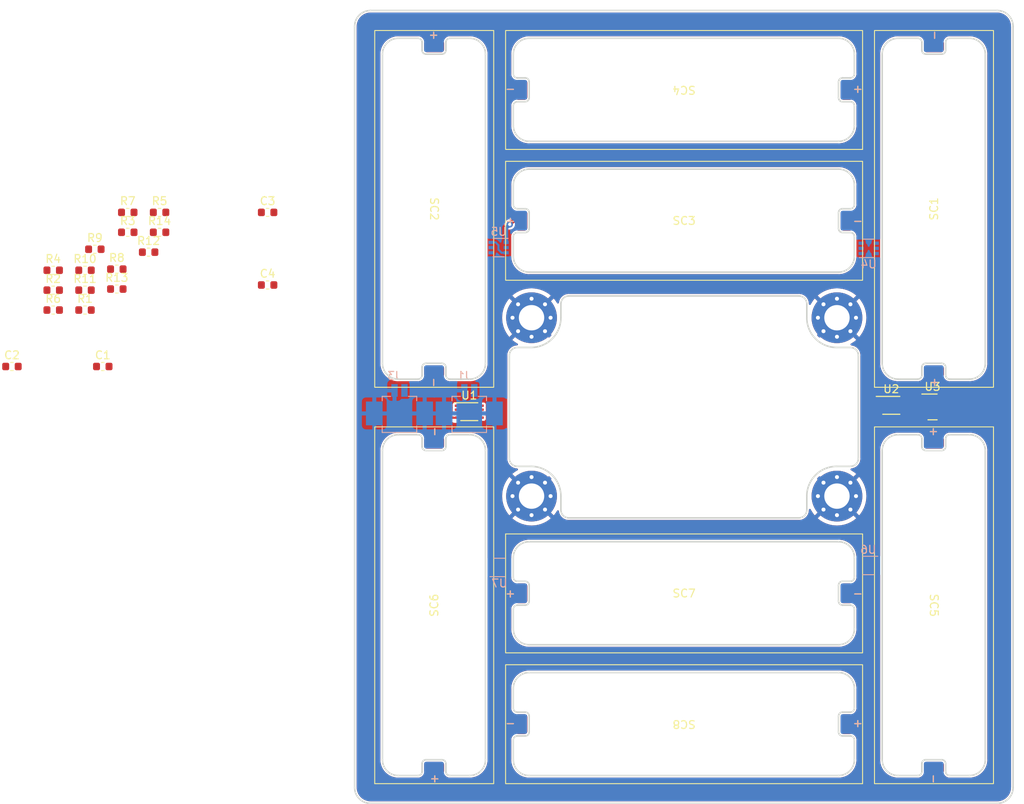
<source format=kicad_pcb>
(kicad_pcb (version 20210424) (generator pcbnew)

  (general
    (thickness 1.6)
  )

  (paper "A4")
  (layers
    (0 "F.Cu" signal)
    (31 "B.Cu" signal)
    (32 "B.Adhes" user "B.Adhesive")
    (33 "F.Adhes" user "F.Adhesive")
    (34 "B.Paste" user)
    (35 "F.Paste" user)
    (36 "B.SilkS" user "B.Silkscreen")
    (37 "F.SilkS" user "F.Silkscreen")
    (38 "B.Mask" user)
    (39 "F.Mask" user)
    (40 "Dwgs.User" user "User.Drawings")
    (41 "Cmts.User" user "User.Comments")
    (42 "Eco1.User" user "User.Eco1")
    (43 "Eco2.User" user "User.Eco2")
    (44 "Edge.Cuts" user)
    (45 "Margin" user)
    (46 "B.CrtYd" user "B.Courtyard")
    (47 "F.CrtYd" user "F.Courtyard")
    (48 "B.Fab" user)
    (49 "F.Fab" user)
    (50 "User.1" user)
    (51 "User.2" user)
    (52 "User.3" user)
    (53 "User.4" user)
    (54 "User.5" user)
    (55 "User.6" user)
    (56 "User.7" user)
    (57 "User.8" user)
    (58 "User.9" user)
  )

  (setup
    (stackup
      (layer "F.SilkS" (type "Top Silk Screen"))
      (layer "F.Paste" (type "Top Solder Paste"))
      (layer "F.Mask" (type "Top Solder Mask") (color "Blue") (thickness 0.01))
      (layer "F.Cu" (type "copper") (thickness 0.035))
      (layer "dielectric 1" (type "core") (thickness 1.51) (material "FR4") (epsilon_r 4.5) (loss_tangent 0.02))
      (layer "B.Cu" (type "copper") (thickness 0.035))
      (layer "B.Mask" (type "Bottom Solder Mask") (color "Blue") (thickness 0.01))
      (layer "B.Paste" (type "Bottom Solder Paste"))
      (layer "B.SilkS" (type "Bottom Silk Screen"))
      (copper_finish "ENIG")
      (dielectric_constraints no)
    )
    (pad_to_mask_clearance 0)
    (pcbplotparams
      (layerselection 0x00010fc_ffffffff)
      (disableapertmacros false)
      (usegerberextensions false)
      (usegerberattributes true)
      (usegerberadvancedattributes true)
      (creategerberjobfile true)
      (svguseinch false)
      (svgprecision 6)
      (excludeedgelayer true)
      (plotframeref false)
      (viasonmask false)
      (mode 1)
      (useauxorigin false)
      (hpglpennumber 1)
      (hpglpenspeed 20)
      (hpglpendiameter 15.000000)
      (dxfpolygonmode true)
      (dxfimperialunits true)
      (dxfusepcbnewfont true)
      (psnegative false)
      (psa4output false)
      (plotreference true)
      (plotvalue true)
      (plotinvisibletext false)
      (sketchpadsonfab false)
      (subtractmaskfromsilk false)
      (outputformat 1)
      (mirror false)
      (drillshape 1)
      (scaleselection 1)
      (outputdirectory "")
    )
  )

  (net 0 "")
  (net 1 "Net-(C1-Pad1)")
  (net 2 "Net-(C2-Pad1)")
  (net 3 "Net-(C3-Pad1)")
  (net 4 "Net-(C4-Pad1)")
  (net 5 "Net-(SC1-Pad2)")
  (net 6 "Net-(SC3-Pad2)")
  (net 7 "VCC")
  (net 8 "/SDA")
  (net 9 "/SCL")
  (net 10 "/Solar_unit_1/OUT")
  (net 11 "/Solar_unit_3/OUT")
  (net 12 "/PH_1")
  (net 13 "Net-(R2-Pad2)")
  (net 14 "Net-(R4-Pad2)")
  (net 15 "Net-(R6-Pad2)")
  (net 16 "/PH_2")
  (net 17 "Net-(R10-Pad1)")
  (net 18 "Net-(R11-Pad2)")
  (net 19 "Net-(R13-Pad2)")
  (net 20 "unconnected-(U1-Pad3)")
  (net 21 "unconnected-(U2-Pad3)")
  (net 22 "unconnected-(U3-Pad5)")
  (net 23 "unconnected-(U3-Pad6)")
  (net 24 "unconnected-(U3-Pad7)")
  (net 25 "Net-(SC5-Pad2)")
  (net 26 "Net-(SC7-Pad2)")
  (net 27 "GND")

  (footprint "Resistor_SMD:R_0603_1608Metric" (layer "F.Cu") (at 83.36 69.46))

  (footprint "Package_DFN_QFN:DFN-8-1EP_3x2mm_P0.5mm_EP1.3x1.5mm" (layer "F.Cu") (at 175.6 93.8))

  (footprint "TCY_solar:SM141K04LV" (layer "F.Cu") (at 149.480001 70.519999))

  (footprint "Capacitor_SMD:C_0603_1608Metric" (layer "F.Cu") (at 76.2 88.9))

  (footprint "MountingHole:MountingHole_3.2mm_M3_Pad_Via" (layer "F.Cu") (at 168.75 82.75))

  (footprint "Resistor_SMD:R_0603_1608Metric" (layer "F.Cu") (at 73.96 79.27))

  (footprint "TCY_solar:SM141K04LV" (layer "F.Cu") (at 117.980001 119.019999 90))

  (footprint "Resistor_SMD:R_0603_1608Metric" (layer "F.Cu") (at 75.2 74.11))

  (footprint "TCY_solar:SM141K04LV" (layer "F.Cu") (at 149.480001 54.019999 180))

  (footprint "MountingHole:MountingHole_3.2mm_M3_Pad_Via" (layer "F.Cu") (at 130.25 105.25))

  (footprint "Resistor_SMD:R_0603_1608Metric" (layer "F.Cu") (at 79.35 69.46))

  (footprint "Capacitor_SMD:C_0603_1608Metric" (layer "F.Cu") (at 64.75 88.9))

  (footprint "Resistor_SMD:R_0603_1608Metric" (layer "F.Cu") (at 69.95 81.78))

  (footprint "Resistor_SMD:R_0603_1608Metric" (layer "F.Cu") (at 73.96 76.76))

  (footprint "Resistor_SMD:R_0603_1608Metric" (layer "F.Cu") (at 83.36 71.97))

  (footprint "Capacitor_SMD:C_0603_1608Metric" (layer "F.Cu") (at 96.98 78.62))

  (footprint "Resistor_SMD:R_0603_1608Metric" (layer "F.Cu") (at 77.97 76.62))

  (footprint "Resistor_SMD:R_0603_1608Metric" (layer "F.Cu") (at 69.95 76.76))

  (footprint "Capacitor_SMD:C_0603_1608Metric" (layer "F.Cu") (at 96.98 69.46))

  (footprint "TCY_solar:SM141K04LV" (layer "F.Cu") (at 117.980001 69.019999 -90))

  (footprint "Resistor_SMD:R_0603_1608Metric" (layer "F.Cu") (at 79.35 71.97))

  (footprint "Resistor_SMD:R_0603_1608Metric" (layer "F.Cu") (at 69.95 79.27))

  (footprint "TCY_solar:SM141K04LV" (layer "F.Cu") (at 149.480001 117.519999))

  (footprint "TCY_solar:SM141K04LV" (layer "F.Cu") (at 149.480001 134.019999 180))

  (footprint "Package_DFN_QFN:DFN-8-1EP_3x2mm_P0.5mm_EP1.3x1.5mm" (layer "F.Cu") (at 122.4 94.6))

  (footprint "TCY_solar:SM141K04LV" (layer "F.Cu") (at 180.980001 69.019999 90))

  (footprint "MountingHole:MountingHole_3.2mm_M3_Pad_Via" (layer "F.Cu") (at 168.75 105.25))

  (footprint "Package_DFN_QFN:DFN-10-1EP_2x3mm_P0.5mm_EP0.64x2.4mm" (layer "F.Cu") (at 180.8 94))

  (footprint "TCY_solar:SM141K04LV" (layer "F.Cu") (at 180.980001 119.019999 -90))

  (footprint "MountingHole:MountingHole_3.2mm_M3_Pad_Via" (layer "F.Cu") (at 130.25 82.75))

  (footprint "Resistor_SMD:R_0603_1608Metric" (layer "F.Cu") (at 81.98 74.48))

  (footprint "Resistor_SMD:R_0603_1608Metric" (layer "F.Cu") (at 73.96 81.78))

  (footprint "Resistor_SMD:R_0603_1608Metric" (layer "F.Cu") (at 77.97 79.13))

  (footprint "TCY_connectors:Amphenol_10114830-11102LF_1x02_P1.25mm_Horizontal" (layer "B.Cu") (at 113.6 92.72 180))

  (footprint "Package_TO_SOT_SMD:SOT-363_SC-70-6" (layer "B.Cu") (at 172.7 114 180))

  (footprint "Package_TO_SOT_SMD:SOT-363_SC-70-6" (layer "B.Cu") (at 126.2 114.25))

  (footprint "Package_TO_SOT_SMD:SOT-363_SC-70-6" (layer "B.Cu") (at 172.75 74))

  (footprint "TCY_connectors:Amphenol_10114830-11102LF_1x02_P1.25mm_Horizontal" (layer "B.Cu") (at 122.4 92.72 180))

  (footprint "Package_TO_SOT_SMD:SOT-363_SC-70-6" (layer "B.Cu") (at 126.1 73.9 180))

  (gr_arc (start 185.45 49.500001) (end 187.45 49.500001) (angle -90) (layer "Edge.Cuts") (width 0.2) (tstamp 02fd28df-f37a-4553-b7a5-7cdbdc55e118))
  (gr_arc (start 185.45 99.5) (end 187.45 99.5) (angle -90) (layer "Edge.Cuts") (width 0.2) (tstamp 04792f9e-1520-4b9d-af73-5d2b39764dcd))
  (gr_arc (start 181.95 99) (end 181.95 99.500001) (angle -90) (layer "Edge.Cuts") (width 0.2) (tstamp 057c1add-104a-4a55-a56b-40801bf3b052))
  (gr_line (start 127.950001 115.500001) (end 127.950001 113.000001) (layer "Edge.Cuts") (width 0.2) (tstamp 05fedc24-de42-4101-b3a2-32c81fecf786))
  (gr_arc (start 115.95 140.000001) (end 115.95 140.500001) (angle -90) (layer "Edge.Cuts") (width 0.2) (tstamp 068b7777-c54f-41d8-a964-2f6b8ebc07fe))
  (gr_arc (start 129.450001 116.500001) (end 129.950001 116.500001) (angle -90) (layer "Edge.Cuts") (width 0.2) (tstamp 06cd484b-e52d-4371-bd5a-280706c8e6a4))
  (gr_line (start 118.95 49.500001) (end 116.95 49.500001) (layer "Edge.Cuts") (width 0.2) (tstamp 087857c5-6b30-4df8-8007-710b829a6832))
  (gr_line (start 129.950001 133.000001) (end 129.950001 135.000001) (layer "Edge.Cuts") (width 0.2) (tstamp 088d7daa-cc8d-4fd8-9aa9-12bb905b0dc6))
  (gr_line (start 116.45 99) (end 116.45 98.000001) (layer "Edge.Cuts") (width 0.2) (tstamp 09c36c44-15fc-4af7-8d71-dd1ff07b603d))
  (gr_arc (start 185.45 138.500001) (end 185.449999 140.500001) (angle -90) (layer "Edge.Cuts") (width 0.2) (tstamp 0a60d8da-a40b-4646-bfdf-f5b9a275e81e))
  (gr_arc (start 169.45 71.500001) (end 168.95 71.500001) (angle -90) (layer "Edge.Cuts") (width 0.2) (tstamp 0b84a6f9-4752-42ea-815d-62cc5fc41feb))
  (gr_line (start 116.45 139.000001) (end 116.45 140.000001) (layer "Edge.Cuts") (width 0.2) (tstamp 0c900f8c-2d96-4607-941d-cb73db80e439))
  (gr_arc (start 163.95 81.000002) (end 164.95 81.000002) (angle -90) (layer "Edge.Cuts") (width 0.2) (tstamp 0de9e0cb-4922-44b0-a5c5-3505f439fbf7))
  (gr_arc (start 168.95 49.500001) (end 170.95 49.500001) (angle -90) (layer "Edge.Cuts") (width 0.2) (tstamp 0ff09f9c-dd92-4514-9029-ab95a69e78ca))
  (gr_line (start 130.2 101.500001) (end 128.45 101.500001) (layer "Edge.Cuts") (width 0.2) (tstamp 1015b18b-ba2c-4325-aabd-937839acb938))
  (gr_arc (start 168.95 129.500001) (end 170.95 129.500001) (angle -90) (layer "Edge.Cuts") (width 0.2) (tstamp 1115bb20-fa86-472b-9634-838fd72b4dc2))
  (gr_arc (start 170.45 72.500001) (end 170.95 72.500001) (angle -90) (layer "Edge.Cuts") (width 0.2) (tstamp 11406a0b-a194-4c64-aee2-5725f56c6367))
  (gr_line (start 168.95 127.500001) (end 129.95 127.500001) (layer "Edge.Cuts") (width 0.2) (tstamp 16d32656-a535-4ca1-a698-fb0b7bd8c175))
  (gr_line (start 129.450001 52.500002) (end 128.450001 52.500002) (layer "Edge.Cuts") (width 0.2) (tstamp 1764f411-00bf-4058-a6c5-237b02f0b980))
  (gr_arc (start 169.45 133) (end 169.45 132.5) (angle -90) (layer "Edge.Cuts") (width 0.2) (tstamp 176ec522-ecd0-484a-9ee5-13f17db7041e))
  (gr_line (start 116.95 138.500001) (end 118.95 138.500001) (layer "Edge.Cuts") (width 0.2) (tstamp 17dbb318-f415-4eeb-9939-a58845d246f0))
  (gr_arc (start 179.949999 49.000001) (end 179.449999 49.000001) (angle -90) (layer "Edge.Cuts") (width 0.2) (tstamp 19c82bf9-832f-41dc-9363-64ec5d7ca397))
  (gr_line (start 170.95 72.500001) (end 170.95 75.000001) (layer "Edge.Cuts") (width 0.2) (tstamp 1a85c2de-d9b4-44ed-b7ab-42b411394e8a))
  (gr_line (start 169.45 72.000001) (end 170.45 72.000001) (layer "Edge.Cuts") (width 0.2) (tstamp 1ae2ee33-b610-4a2d-bf12-fcab2a2d2db8))
  (gr_line (start 182.95 140.500001) (end 185.45 140.500001) (layer "Edge.Cuts") (width 0.2) (tstamp 1cc7908b-9c34-4f92-ab51-23914be8ceea))
  (gr_arc (start 168.95 122.000001) (end 168.95 124.000001) (angle -90) (layer "Edge.Cuts") (width 0.2) (tstamp 1d60ec8b-e4c3-4538-8cfb-92e637677d4b))
  (gr_arc (start 178.95 98.000001) (end 179.45 98.000001) (angle -90) (layer "Edge.Cuts") (width 0.2) (tstamp 200ea47c-c5fd-4db3-8b8b-2b38eaab8b18))
  (gr_arc (start 118.95 89.000001) (end 119.45 89.000001) (angle -90) (layer "Edge.Cuts") (width 0.2) (tstamp 20407672-6076-4d42-b3ac-5e3262eaf09a))
  (gr_arc (start 176.45 88.500002) (end 174.45 88.500002) (angle -90) (layer "Edge.Cuts") (width 0.2) (tstamp 20942e9d-198c-4e1c-a76d-53d121b8efdc))
  (gr_line (start 178.95 47.500001) (end 176.45 47.500001) (layer "Edge.Cuts") (width 0.2) (tstamp 2099de76-5324-414f-b12f-26432a995d83))
  (gr_arc (start 170.45 68.500001) (end 170.45 69.000001) (angle -90) (layer "Edge.Cuts") (width 0.2) (tstamp 2204ceb9-0b66-45b1-afe8-2802f1843daf))
  (gr_arc (start 122.45 99.5) (end 124.45 99.5) (angle -90) (layer "Edge.Cuts") (width 0.2) (tstamp 2488f897-27dc-4d83-b0f1-40de367e0e63))
  (gr_line (start 169.45 52.500002) (end 170.45 52.500002) (layer "Edge.Cuts") (width 0.2) (tstamp 25b6aff7-0040-4cd5-95fa-21ceb6a3bf8e))
  (gr_arc (start 181.95 139.000001) (end 182.45 139.000001) (angle -90) (layer "Edge.Cuts") (width 0.2) (tstamp 26420053-e8ba-4265-bba2-21f505857217))
  (gr_arc (start 170.45 56.000002) (end 170.95 56.000002) (angle -90) (layer "Edge.Cuts") (width 0.2) (tstamp 2778819d-bf2b-4db2-b851-ad21434ab530))
  (gr_arc (start 119.95 140.000001) (end 119.45 140.000001) (angle -90) (layer "Edge.Cuts") (width 0.2) (tstamp 28eff093-6513-4415-9807-a3f82e9be250))
  (gr_line (start 179.45 89.000001) (end 179.45 90.000001) (layer "Edge.Cuts") (width 0.2) (tstamp 291fb24a-ead3-4fe7-b7a0-069917b6ef25))
  (gr_arc (start 115.95 90.000001) (end 115.95 90.500001) (angle -90) (layer "Edge.Cuts") (width 0.2) (tstamp 2a37c86e-f0e2-4b48-b17a-87dd11981829))
  (gr_arc (start 168.95 113.000001) (end 170.95 113.000001) (angle -90) (layer "Edge.Cuts") (width 0.2) (tstamp 2c2d42df-c623-48c4-8b2b-5ce1ddcda0f7))
  (gr_arc (start 129.95 129.500001) (end 129.95 127.500001) (angle -90) (layer "Edge.Cuts") (width 0.2) (tstamp 2e6a0af4-5eb5-416e-9dc9-1cde5ce532b8))
  (gr_arc (start 170.45 136.000001) (end 170.95 136.000001) (angle -90) (layer "Edge.Cuts") (width 0.2) (tstamp 30af23b0-2528-4a23-b0da-bda3f8ae5fbf))
  (gr_arc (start 169.45 53.000002) (end 169.45 52.500002) (angle -90) (layer "Edge.Cuts") (width 0.2) (tstamp 32f769a9-8e15-42a4-8c22-22efacb665e0))
  (gr_arc (start 169.45 69.500001) (end 169.45 69.000001) (angle -90) (layer "Edge.Cuts") (width 0.2) (tstamp 3344bf14-96fc-45d8-b8ac-ca9f6971c34c))
  (gr_arc (start 129.450001 69.500001) (end 129.950001 69.500001) (angle -90) (layer "Edge.Cuts") (width 0.2) (tstamp 33ca28d4-543f-41b2-8ae4-97f66b9b62f0))
  (gr_arc (start 182.95 90.000001) (end 182.45 90.000001) (angle -90) (layer "Edge.Cuts") (width 0.2) (tstamp 3466449a-7c72-4594-a0fe-7da5f88bc18f))
  (gr_arc (start 134.95 107.000001) (end 133.95 107.000001) (angle -90) (layer "Edge.Cuts") (width 0.2) (tstamp 36d73420-baa8-4675-8fdd-4ab03a5e1b96))
  (gr_arc (start 128.450001 72.500001) (end 128.450001 72.000001) (angle -90) (layer "Edge.Cuts") (width 0.2) (tstamp 37b166e3-e714-4dcf-aa51-da63b5f0f651))
  (gr_line (start 129.95 124.000001) (end 168.95 124.000001) (layer "Edge.Cuts") (width 0.2) (tstamp 3854931f-060a-406b-8690-1b0fd9e98f17))
  (gr_arc (start 178.95 140.000001) (end 178.95 140.500001) (angle -90) (layer "Edge.Cuts") (width 0.2) (tstamp 3855035e-d5d1-40b3-8814-9afd3fcea59b))
  (gr_line (start 169.45 135.500001) (end 170.45 135.500001) (layer "Edge.Cuts") (width 0.2) (tstamp 3b03be7d-cadd-46d7-8140-47d932ff66b5))
  (gr_arc (start 170.45 100.500001) (end 170.45 101.500001) (angle -90) (layer "Edge.Cuts") (width 0.2) (tstamp 3c084481-7678-4852-a7a9-ef45ecfba1bb))
  (gr_line (start 111.45 49.500001) (end 111.45 88.500002) (layer "Edge.Cuts") (width 0.2) (tstamp 3d36a243-0383-415d-b4d3-fee5709976f6))
  (gr_line (start 119.45 99) (end 119.45 98.000001) (layer "Edge.Cuts") (width 0.2) (tstamp 3ebabbbc-ad6a-41bf-8786-1c094c54177d))
  (gr_line (start 169.45 119.000001) (end 170.45 119.000001) (layer "Edge.Cuts") (width 0.2) (tstamp 3fb39dbf-163c-4364-b7ad-518d472c51bb))
  (gr_line (start 115.95 90.500001) (end 113.45 90.500001) (layer "Edge.Cuts") (width 0.2) (tstamp 3fcc7f22-1b86-4ec5-bf85-c9257721979f))
  (gr_line (start 170.95 132.000001) (end 170.95 129.500001) (layer "Edge.Cuts") (width 0.2) (tstamp 40b868ea-9917-4a58-b7cf-41a00dc5459e))
  (gr_line (start 115.95 97.500001) (end 113.45 97.500001) (layer "Edge.Cuts") (width 0.2) (tstamp 40e5e106-fa10-453b-93de-e18619fb50db))
  (gr_arc (start 129.95 113.000001) (end 129.95 111.000001) (angle -90) (layer "Edge.Cuts") (width 0.2) (tstamp 42997778-d21a-4685-b69e-94e2aa59164e))
  (gr_line (start 188.95 44.000002) (end 109.95 44.000002) (layer "Edge.Cuts") (width 0.2) (tstamp 42ace664-8f17-4094-b1fd-878ebff58f1f))
  (gr_arc (start 169.45 118.500001) (end 168.95 118.500001) (angle -90) (layer "Edge.Cuts") (width 0.2) (tstamp 4328b7b2-bfd8-4eee-8c04-33c6119c8c7a))
  (gr_arc (start 188.95 142) (end 188.95 144) (angle -90) (layer "Edge.Cuts") (width 0.2) (tstamp 43f9b419-c656-4851-a51c-94884e9df7b4))
  (gr_arc (start 113.45 88.500002) (end 111.45 88.500002) (angle -90) (layer "Edge.Cuts") (width 0.2) (tstamp 457966ac-8523-4a27-8b38-4de7b7447089))
  (gr_line (start 129.950001 116.500001) (end 129.950001 118.500001) (layer "Edge.Cuts") (width 0.2) (tstamp 4625890b-5085-4958-8267-fd99f761240a))
  (gr_line (start 163.95 108.000001) (end 134.95 108.000001) (layer "Edge.Cuts") (width 0.2) (tstamp 467697ea-3f2a-4e44-96df-9e96a0b9cd26))
  (gr_line (start 182.95 97.500001) (end 185.45 97.500001) (layer "Edge.Cuts") (width 0.2) (tstamp 46c10385-447c-4cac-b48c-54b612d05156))
  (gr_arc (start 116.95 139.000001) (end 116.950001 138.500001) (angle -90) (layer "Edge.Cuts") (width 0.2) (tstamp 474586ff-b199-44db-bb96-bf433e305ce5))
  (gr_line (start 182.45 99) (end 182.45 98.000001) (layer "Edge.Cuts") (width 0.2) (tstamp 47900a04-492b-416f-92d7-60e7ba980e4d))
  (gr_line (start 181.95 99.500001) (end 179.95 99.500001) (layer "Edge.Cuts") (width 0.2) (tstamp 4c0053b7-702b-4d3e-b38a-729871a44b98))
  (gr_arc (start 168.95 58.500002) (end 168.95 60.500002) (angle -90) (layer "Edge.Cuts") (width 0.2) (tstamp 4c1c115b-4a86-4563-8193-8e8bb21404e9))
  (gr_line (start 169.45 55.500002) (end 170.45 55.500002) (layer "Edge.Cuts") (width 0.2) (tstamp 4cf9c067-4351-4d91-8245-9a71e71a1579))
  (gr_arc (start 129.450001 53.000001) (end 129.950001 53.000001) (angle -90) (layer "Edge.Cuts") (width 0.2) (tstamp 4d98bf42-d9a8-4c80-a12f-ffae2e2449b2))
  (gr_line (start 174.45 99.5) (end 174.45 138.500001) (layer "Edge.Cuts") (width 0.2) (tstamp 50a0e4e5-ec24-4bc9-a19d-a5cbd346abf9))
  (gr_arc (start 129.450001 135.000001) (end 129.450001 135.500001) (angle -90) (layer "Edge.Cuts") (width 0.2) (tstamp 512ce996-2eeb-43b3-8b2a-179872448ff2))
  (gr_arc (start 179.95 99.000001) (end 179.45 99.000001) (angle -90) (layer "Edge.Cuts") (width 0.2) (tstamp 5184b9b1-2d1e-402f-8a13-ecf332cb8924))
  (gr_line (start 178.95 90.500001) (end 176.45 90.500001) (layer "Edge.Cuts") (width 0.2) (tstamp 51b42015-463f-4b15-af42-2fe98c6fdf4d))
  (gr_arc (start 168.7 105.250001) (end 168.7 101.500001) (angle -90) (layer "Edge.Cuts") (width 0.2) (tstamp 54daa8cd-f74b-4475-ae6b-ef22e989e4ea))
  (gr_arc (start 122.45 49.500001) (end 124.45 49.500001) (angle -90) (layer "Edge.Cuts") (width 0.2) (tstamp 54f0cb31-0ea0-4bdf-80fc-b2252198c0ab))
  (gr_line (start 127.950001 136.000001) (end 127.950001 138.500001) (layer "Edge.Cuts") (width 0.2) (tstamp 550841ff-78be-41bf-9279-62e524c022c9))
  (gr_line (start 178.95 140.500001) (end 176.45 140.500001) (layer "Edge.Cuts") (width 0.2) (tstamp 56756683-07d5-431e-a9fa-51e07c3ec2d5))
  (gr_arc (start 182.95 140.000001) (end 182.45 140.000001) (angle -90) (layer "Edge.Cuts") (width 0.2) (tstamp 596572bd-60f6-451a-944e-670349b19c64))
  (gr_arc (start 170.449999 87.500002) (end 171.449999 87.500002) (angle -90) (layer "Edge.Cuts") (width 0.2) (tstamp 59aaab31-cdf7-4896-946a-bda458d71d16))
  (gr_arc (start 129.950001 138.500001) (end 127.95 138.500001) (angle -90) (layer "Edge.Cuts") (width 0.2) (tstamp 5d5d867a-077e-4589-b79e-5d65489eea05))
  (gr_line (start 182.95 90.500001) (end 185.45 90.500001) (layer "Edge.Cuts") (width 0.2) (tstamp 5d7b1953-d6b5-497c-89e0-be3b5fdc6c37))
  (gr_arc (start 170.45 115.500001) (end 170.45 116.000001) (angle -90) (layer "Edge.Cuts") (width 0.2) (tstamp 6029fe31-ff48-4315-96aa-62af68b7bbd1))
  (gr_line (start 168.95 118.500001) (end 168.95 116.500001) (layer "Edge.Cuts") (width 0.2) (tstamp 6407163e-2b74-4dcd-b560-7eaccb7b6c4e))
  (gr_line (start 164.95 107) (end 164.95 105.250001) (layer "Edge.Cuts") (width 0.2) (tstamp 641b41f7-9d92-4cff-9f38-51bf3979fb42))
  (gr_line (start 129.450001 116.000001) (end 128.450001 116.000001) (layer "Edge.Cuts") (width 0.2) (tstamp 64cc52e3-e8be-4ee8-bc3b-8393589676ad))
  (gr_line (start 119.450001 89.000002) (end 119.450001 90.000001) (layer "Edge.Cuts") (width 0.2) (tstamp 664273c2-30d0-46d6-adfb-19108021f958))
  (gr_arc (start 134.95 81.000002) (end 134.95 80.000002) (angle -90) (layer "Edge.Cuts") (width 0.2) (tstamp 666bd15f-e412-49ec-8609-dbdcf15feaa8))
  (gr_line (start 115.95 47.500001) (end 113.45 47.500001) (layer "Edge.Cuts") (width 0.2) (tstamp 681ae55a-b047-40ab-bcd9-f288f5b38c7e))
  (gr_arc (start 170.45 52.000001) (end 170.45 52.500002) (angle -90) (layer "Edge.Cuts") (width 0.2) (tstamp 69cad448-7621-4388-b02d-b955a55b78ac))
  (gr_line (start 129.950001 69.500001) (end 129.950001 71.500001) (layer "Edge.Cuts") (width 0.2) (tstamp 6a8719f1-16f3-489e-bc1e-fee03537978d))
  (gr_arc (start 119.95 48.000001) (end 119.95 47.500001) (angle -90) (layer "Edge.Cuts") (width 0.2) (tstamp 6b750a59-e7a9-4abc-8c08-f033d3fe9366))
  (gr_arc (start 176.45 138.500001) (end 174.45 138.500001) (angle -90) (layer "Edge.Cuts") (width 0.2) (tstamp 708f301e-b6dd-4465-b89c-73a29f56fec4))
  (gr_arc (start 178.95 48.000001) (end 179.45 48.000001) (angle -90) (layer "Edge.Cuts") (width 0.2) (tstamp 735eb0af-439b-4cea-b44a-d2a70110d10f))
  (gr_line (start 168.95 111) (end 129.95 111.000001) (layer "Edge.Cuts") (width 0.2) (tstamp 73ea7d1a-e8b7-471b-b32d-15e6ba22e4af))
  (gr_line (start 178.95 97.500001) (end 176.45 97.500001) (layer "Edge.Cuts") (width 0.2) (tstamp 742fc986-86b0-4707-a302-57185abc5b63))
  (gr_line (start 168.95 64.000001) (end 129.95 64.000001) (layer "Edge.Cuts") (width 0.2) (tstamp 74e011b2-2128-48c6-a66c-dacc779ec4f3))
  (gr_arc (start 109.95 46.000002) (end 109.95 44.000002) (angle -90) (layer "Edge.Cuts") (width 0.2) (tstamp 74e80894-178e-47c2-addb-76c92fe60d91))
  (gr_line (start 119.95 140.500001) (end 122.45 140.500001) (layer "Edge.Cuts") (width 0.2) (tstamp 75729d9d-b15a-428d-b7ee-3dddd73f914c))
  (gr_line (start 169.45 69.000001) (end 170.45 69.000001) (layer "Edge.Cuts") (width 0.2) (tstamp 76d0e73c-b7fb-4491-b9af-733492f4e7a2))
  (gr_line (start 129.450001 69.000001) (end 128.450001 69.000001) (layer "Edge.Cuts") (width 0.2) (tstamp 76e2cf84-68f8-4c7e-a43a-6fdeaed82c22))
  (gr_arc (start 129.95 66.000001) (end 129.95 64.000001) (angle -90) (layer "Edge.Cuts") (width 0.2) (tstamp 77b7fcfb-e64c-4881-aebf-2910a1a6858c))
  (gr_line (start 124.45 88.500002) (end 124.45 49.500001) (layer "Edge.Cuts") (width 0.2) (tstamp 77f71919-8b4d-4a09-a259-f971e7e13650))
  (gr_arc (start 168.95 138.500001) (end 168.95 140.500001) (angle -90) (layer "Edge.Cuts") (width 0.2) (tstamp 782be7bb-0ed2-4354-b62b-9de056c3c816))
  (gr_line (start 129.450001 132.500001) (end 128.450001 132.500001) (layer "Edge.Cuts") (width 0.2) (tstamp 78e8a562-84b2-4aa6-88f1-0ee5d87f6966))
  (gr_line (start 169.45 132.500001) (end 170.45 132.500001) (layer "Edge.Cuts") (width 0.2) (tstamp 79a3d936-73c9-4068-a7db-4b757ee9db23))
  (gr_line (start 170.95 136.000001) (end 170.95 138.500001) (layer "Edge.Cuts") (width 0.2) (tstamp 7aae5e46-dfed-4d70-954d-3998b7c6ad97))
  (gr_line (start 119.45 49.000001) (end 119.45 48.000001) (layer "Edge.Cuts") (width 0.2) (tstamp 7dffe1f5-ac00-48a6-a204-5c225b8ee6a0))
  (gr_arc (start 129.450001 118.500001) (end 129.450001 119.000001) (angle -90) (layer "Edge.Cuts") (width 0.2) (tstamp 7eb4fc7c-15e3-44fb-9a90-cdbfa5b2841f))
  (gr_arc (start 116.95 49.000001) (end 116.45 49.000001) (angle -90) (layer "Edge.Cuts") (width 0.2) (tstamp 7ed2f7de-17f9-4f2a-aee9-8663aa893ccc))
  (gr_arc (start 129.95 75.000001) (end 127.95 75.000001) (angle -90) (layer "Edge.Cuts") (width 0.2) (tstamp 7f071327-4882-4798-8773-bd8a66e79a70))
  (gr_line (start 190.95 142) (end 190.95 46.000002) (layer "Edge.Cuts") (width 0.2) (tstamp 8029247e-0301-4f7f-ba44-bcbfed4aab63))
  (gr_arc (start 181.95 89.000002) (end 182.45 89.000002) (angle -90) (layer "Edge.Cuts") (width 0.2) (tstamp 80cae36f-e694-48af-a93b-440d434896d1))
  (gr_line (start 127.950001 56.000002) (end 127.950001 58.500001) (layer "Edge.Cuts") (width 0.2) (tstamp 82b5fbe1-7079-43fd-904a-2146cd15e33f))
  (gr_arc (start 182.95 48.000001) (end 182.95 47.500001) (angle -90) (layer "Edge.Cuts") (width 0.2) (tstamp 852154ee-e9e8-49d1-81c4-732e1b9efce9))
  (gr_line (start 182.45 89.000002) (end 182.45 90.000001) (layer "Edge.Cuts") (width 0.2) (tstamp 8744840a-60c8-4960-a35b-6d9ec4cf21a7))
  (gr_arc (start 118.95 99.000001) (end 118.95 99.500001) (angle -90) (layer "Edge.Cuts") (width 0.2) (tstamp 87d59e46-4bd9-4a6e-b283-e5fa9d10a860))
  (gr_line (start 133.95 81.000002) (end 133.95 82.750002) (layer "Edge.Cuts") (width 0.2) (tstamp 8857dabb-1263-4bc4-b105-3d19d4807f58))
  (gr_line (start 109.95 144) (end 188.95 144) (layer "Edge.Cuts") (width 0.2) (tstamp 8871945a-ad76-443d-ad24-9865b5838656))
  (gr_arc (start 109.95 142) (end 107.95 142) (angle -90) (layer "Edge.Cuts") (width 0.2) (tstamp 889df7a2-2c31-4945-b769-3cc3392a1430))
  (gr_line (start 182.45 49.000001) (end 182.45 48.000001) (layer "Edge.Cuts") (width 0.2) (tstamp 88a11b1d-dbc7-4a09-9005-f51d2e6086c0))
  (gr_arc (start 130.200001 105.250001) (end 133.950001 105.250001) (angle -90) (layer "Edge.Cuts") (width 0.2) (tstamp 897aeebd-8745-4d09-bc9d-2f7d5de39394))
  (gr_arc (start 128.450001 52.000002) (end 127.950001 52.000002) (angle -90) (layer "Edge.Cuts") (width 0.2) (tstamp 89a770c0-a007-445d-bfb8-cb6eb5d0843b))
  (gr_arc (start 176.45 99.5) (end 176.45 97.5) (angle -90) (layer "Edge.Cuts") (width 0.2) (tstamp 8a00814c-621a-43c8-85c1-edf0431af0ee))
  (gr_line (start 168.7 101.500001) (end 170.45 101.500001) (layer "Edge.Cuts") (width 0.2) (tstamp 8a76e635-147a-47eb-b89e-a5c1190be725))
  (gr_line (start 119.95 97.500001) (end 122.45 97.500001) (layer "Edge.Cuts") (width 0.2) (tstamp 8c293c86-09b9-4190-bbe2-491c7c71ebc3))
  (gr_arc (start 128.45 87.500002) (end 128.45 86.500002) (angle -90) (layer "Edge.Cuts") (width 0.2) (tstamp 917066b8-42b6-4dbe-93a4-03f3a533c93b))
  (gr_arc (start 178.95 90.000001) (end 178.95 90.500001) (angle -90) (layer "Edge.Cuts") (width 0.2) (tstamp 920be5a4-f8a4-47db-be8d-4ab4b9dde01f))
  (gr_arc (start 170.45 119.500001) (end 170.95 119.500001) (angle -90) (layer "Edge.Cuts") (width 0.2) (tstamp 932dd08d-b453-4570-bdcb-41f3642afbac))
  (gr_arc (start 128.450001 119.500001) (end 128.450001 119) (angle -90) (layer "Edge.Cuts") (width 0.2) (tstamp 947c34b0-1339-46cf-b5f1-d850d29c8aab))
  (gr_line (start 127.45 87.500002) (end 127.45 100.500001) (layer "Edge.Cuts") (width 0.2) (tstamp 97dd2369-b1de-49b1-99b2-fa3443effaa2))
  (gr_line (start 127.950001 119.500001) (end 127.950001 122.000001) (layer "Edge.Cuts") (width 0.2) (tstamp 98daad9f-8ae6-4ef6-9592-f93e96070746))
  (gr_arc (start 128.450001 132.000001) (end 127.950001 132.000001) (angle -90) (layer "Edge.Cuts") (width 0.2) (tstamp 992ba1db-5923-4589-ae03-965bacc9003f))
  (gr_arc (start 128.450001 68.500001) (end 127.950001 68.500001) (angle -90) (layer "Edge.Cuts") (width 0.2) (tstamp 9a6b809c-6d91-4f22-92c8-52b529e801cb))
  (gr_arc (start 176.45 49.500001) (end 176.45 47.500001) (angle -90) (layer "Edge.Cuts") (width 0.2) (tstamp 9a8c6476-15c5-4bc2-b076-7b1c3c77371e))
  (gr_line (start 174.45 49.500001) (end 174.45 88.500002) (layer "Edge.Cuts") (width 0.2) (tstamp 9bbe931b-dd61-4f81-8fa6-1c445e61a5dc))
  (gr_line (start 129.450001 55.500002) (end 128.450001 55.500002) (layer "Edge.Cuts") (width 0.2) (tstamp 9f31c22e-0ac9-4cd9-9ec9-dc88e07e652b))
  (gr_line (start 170.95 115.500001) (end 170.95 113.000001) (layer "Edge.Cuts") (width 0.2) (tstamp 9fa4b302-2c67-4387-8794-bc4270b58c6f))
  (gr_line (start 179.95 138.500001) (end 181.95 138.500001) (layer "Edge.Cuts") (width 0.2) (tstamp a0a073b6-f752-412f-8497-7c02fe632023))
  (gr_line (start 187.45 138.500001) (end 187.45 99.5) (layer "Edge.Cuts") (width 0.2) (tstamp a1b4ce14-0761-489e-aea9-598fffb72937))
  (gr_line (start 118.95 99.5) (end 116.95 99.5) (layer "Edge.Cuts") (width 0.2) (tstamp a31b16fa-cee2-45b6-a31c-fdb58bed72b3))
  (gr_arc (start 179.95 89.000001) (end 179.95 88.500001) (angle -90) (layer "Edge.Cuts") (width 0.2) (tstamp a362a90d-8b64-4835-a486-159fa3c5db91))
  (gr_line (start 168.95 71.500001) (end 168.95 69.500001) (layer "Edge.Cuts") (width 0.2) (tstamp a47f3919-a7ed-4c9c-a7c0-e49cdca988a4))
  (gr_arc (start 185.45 88.500002) (end 185.45 90.500002) (angle -90) (layer "Edge.Cuts") (width 0.2) (tstamp a62534cb-e356-4290-8d1f-5ba7f7d7d173))
  (gr_line (start 130.2 86.500002) (end 128.45 86.500002) (layer "Edge.Cuts") (width 0.2) (tstamp a8dc7da6-5df8-42a4-b2cd-b1281cf3d0f0))
  (gr_line (start 133.95 107.000001) (end 133.95 105.250001) (layer "Edge.Cuts") (width 0.2) (tstamp a910dee8-0870-4310-a0d2-86648d7b69f7))
  (gr_line (start 129.95 140.500001) (end 168.95 140.500001) (layer "Edge.Cuts") (width 0.2) (tstamp aae1e4a3-8e02-4983-a2b8-2b86f3b26622))
  (gr_arc (start 129.95 49.500002) (end 129.95 47.500001) (angle -90) (layer "Edge.Cuts") (width 0.2) (tstamp ac810d39-b7fe-42c7-ba88-868a65732f53))
  (gr_line (start 129.95 60.500001) (end 168.95 60.500001) (layer "Edge.Cuts") (width 0.2) (tstamp af23d4a6-8670-4760-a119-5e2530d26af9))
  (gr_arc (start 119.95 98.000001) (end 119.95 97.5) (angle -90) (layer "Edge.Cuts") (width 0.2) (tstamp af2acadf-c2a8-44c1-a321-0b8c9559fd12))
  (gr_arc (start 116.95 89.000001) (end 116.95 88.500001) (angle -90) (layer "Edge.Cuts") (width 0.2) (tstamp afc80580-63d1-4326-b9f7-5acd5ec665d8))
  (gr_arc (start 188.95 46.000002) (end 190.95 46.000002) (angle -90) (layer "Edge.Cuts") (width 0.2) (tstamp b3ab7bd5-de20-4233-925b-917602773263))
  (gr_arc (start 170.45 132) (end 170.45 132.500001) (angle -90) (layer "Edge.Cuts") (width 0.2) (tstamp b6bd75d6-3508-4fce-905e-29f0060b92f4))
  (gr_arc (start 179.949999 139.000001) (end 179.95 138.500001) (angle -90) (layer "Edge.Cuts") (width 0.2) (tstamp b76f75c3-fd7c-4758-a238-74bc8575cf3b))
  (gr_arc (start 113.45 138.500001) (end 111.45 138.500001) (angle -90) (layer "Edge.Cuts") (width 0.2) (tstamp b8a1d2ac-cbde-411f-94d6-648cdbb9f65b))
  (gr_line (start 127.950001 68.500001) (end 127.950001 66.000001) (layer "Edge.Cuts") (width 0.2) (tstamp b8c2e7e4-14da-4a5e-b54b-171723be229c))
  (gr_line (start 107.95 46.000002) (end 107.95 142) (layer "Edge.Cuts") (width 0.2) (tstamp bf4d3a89-821e-4c78-874a-a358a57f830e))
  (gr_line (start 179.95 88.500002) (end 181.95 88.500002) (layer "Edge.Cuts") (width 0.2) (tstamp c157b1bf-f1c8-4cf0-802c-75f1b9d1dcd9))
  (gr_line (start 170.95 52.000002) (end 170.95 49.500001) (layer "Edge.Cuts") (width 0.2) (tstamp c38991c2-4ab1-4113-a511-8873ca89c478))
  (gr_line (start 170.95 119.500001) (end 170.95 122.000001) (layer "Edge.Cuts") (width 0.2) (tstamp c3e1ac6e-686e-491f-a775-d2c306be2791))
  (gr_arc (start 128.450001 100.500001) (end 127.450001 100.500001) (angle -90) (layer "Edge.Cuts") (width 0.2) (tstamp c3f700a0-20bc-4a01-abc8-52590ec87c31))
  (gr_arc (start 128.450001 115.500001) (end 127.950001 115.500001) (angle -90) (layer "Edge.Cuts") (width 0.2) (tstamp c5b83580-85f5-463b-9481-cb5feb8da2c7))
  (gr_line (start 116.95 88.500002) (end 118.95 88.500002) (layer "Edge.Cuts") (width 0.2) (tstamp c6f75eb3-90c1-4ea4-8211-ee36d74d5e75))
  (gr_arc (start 129.95 122.000001) (end 127.95 122) (angle -90) (layer "Edge.Cuts") (width 0.2) (tstamp c80caa73-4ea0-4303-99bb-165b7fd90bbf))
  (gr_arc (start 115.95 98.000001) (end 116.45 98.000001) (angle -90) (layer "Edge.Cuts") (width 0.2) (tstamp c92570e5-8657-4d54-af64-2d6ec0c06643))
  (gr_line (start 111.45 99.5) (end 111.45 138.500001) (layer "Edge.Cuts") (width 0.2) (tstamp c96142b7-478d-4b08-a318-56fc29c32a2e))
  (gr_line (start 119.95 90.500001) (end 122.45 90.500001) (layer "Edge.Cuts") (width 0.2) (tstamp c9c6e55a-e9f5-4f33-a3d9-6bea33ed461c))
  (gr_line (start 168.95 47.500001) (end 129.95 47.500001) (layer "Edge.Cuts") (width 0.2) (tstamp c9df1cd4-6eae-42e3-a3aa-8243cc2658b9))
  (gr_arc (start 122.45 138.500001) (end 122.45 140.500001) (angle -90) (layer "Edge.Cuts") (width 0.2) (tstamp ca6af224-0824-4eac-8385-56bb28bf948b))
  (gr_line (start 127.950001 132.000001) (end 127.950001 129.500001) (layer "Edge.Cuts") (width 0.2) (tstamp ccd5ce35-273d-44e7-b28a-10f70626f9fc))
  (gr_line (start 170.95 56.000002) (end 170.95 58.500001) (layer "Edge.Cuts") (width 0.2) (tstamp cd1725d5-b81f-420c-9036-744e1b8b69b5))
  (gr_line (start 116.45 49.000001) (end 116.45 48.000001) (layer "Edge.Cuts") (width 0.2) (tstamp cd9ce211-85bd-4997-b7fb-a2372d5a175f))
  (gr_arc (start 128.450001 136.000001) (end 128.450001 135.500001) (angle -90) (layer "Edge.Cuts") (width 0.2) (tstamp d22ff753-3eae-4805-9d49-b77b5aa6fbbb))
  (gr_arc (start 168.7 82.750002) (end 164.95 82.750002) (angle -90) (layer "Edge.Cuts") (width 0.2) (tstamp d5e756b1-8c79-4725-a783-815290ebc472))
  (gr_line (start 179.45 139.000001) (end 179.45 140.000001) (layer "Edge.Cuts") (width 0.2) (tstamp d72088a7-d838-4ab4-a5ad-b1d78fcca41e))
  (gr_arc (start 169.45 116.500001) (end 169.45 116.000001) (angle -90) (layer "Edge.Cuts") (width 0.2) (tstamp d726fdbc-cd73-4f1c-b1d3-3e24db04c9ff))
  (gr_line (start 119.95 47.500001) (end 122.45 47.500001) (layer "Edge.Cuts") (width 0.2) (tstamp d76e9da6-ba3f-49e6-9991-297706496a3e))
  (gr_line (start 127.950001 72.500001) (end 127.950001 75.000001) (layer "Edge.Cuts") (width 0.2) (tstamp d8647260-7586-459e-8e01-86ef19f41dc4))
  (gr_line (start 129.95 77.000001) (end 168.95 77.000001) (layer "Edge.Cuts") (width 0.2) (tstamp d8b4f8af-df6e-45b8-b3af-ef02a199ee8e))
  (gr_line (start 170.95 68.500001) (end 170.95 66.000001) (layer "Edge.Cuts") (width 0.2) (tstamp d903efc6-db8f-4a52-8f8f-4b80bd175b59))
  (gr_arc (start 168.95 75.000001) (end 168.95 77.000002) (angle -90) (layer "Edge.Cuts") (width 0.2) (tstamp dad61b19-5490-43ab-bb0e-764413c7b7e3))
  (gr_line (start 119.450001 139.000001) (end 119.450001 140.000001) (layer "Edge.Cuts") (width 0.2) (tstamp db381d79-765b-4bd4-9e13-51349f2b3dad))
  (gr_line (start 179.45 49.000001) (end 179.45 48.000001) (layer "Edge.Cuts") (width 0.2) (tstamp dba5e760-46c8-4ffe-9119-f593e4b9af4b))
  (gr_arc (start 130.2 82.750002) (end 130.2 86.500002) (angle -90) (layer "Edge.Cuts") (width 0.2) (tstamp dbd09501-9b4d-4cc0-81c3-c2bbea0a98a7))
  (gr_arc (start 129.95 58.500001) (end 127.95 58.500001) (angle -90) (layer "Edge.Cuts") (width 0.2) (tstamp dc0dcd70-9af9-43a6-90bf-7501aa4eabc3))
  (gr_arc (start 118.950001 49.000001) (end 118.95 49.500001) (angle -90) (layer "Edge.Cuts") (width 0.2) (tstamp dd2afa2f-d73d-41d3-9752-3409d781bf80))
  (gr_line (start 182.45 139.000001) (end 182.45 140.000001) (layer "Edge.Cuts") (width 0.2) (tstamp dee937e6-a93e-4b7f-b622-b7e72abe5bcb))
  (gr_line (start 129.450001 135.500001) (end 128.450001 135.500001) (layer "Edge.Cuts") (width 0.2) (tstamp deffecf1-2d6b-490d-b165-addad5ca696a))
  (gr_line (start 187.45 88.500002) (end 187.45 49.500001) (layer "Edge.Cuts") (width 0.2) (tstamp dfc9b2d1-5583-407e-9323-fab93803e77e))
  (gr_line (start 179.45 99.000001) (end 179.45 98.000001) (layer "Edge.Cuts") (width 0.2) (tstamp dfd07cac-98d2-4b82-8c4f-c1d0aac196ed))
  (gr_arc (start 169.45 135.000001) (end 168.95 135.000001) (angle -90) (layer "Edge.Cuts") (width 0.2) (tstamp e0858e8f-0ed3-4e21-b06d-83a11dfd6671))
  (gr_line (start 134.95 80.000002) (end 163.95 80.000002) (layer "Edge.Cuts") (width 0.2) (tstamp e086ad4e-0bd1-4e44-b08d-a67d65161884))
  (gr_arc (start 168.95 66.000001) (end 170.95 66.000001) (angle -90) (layer "Edge.Cuts") (width 0.2) (tstamp e0a01cc1-92e5-465f-b9e4-9abf9102deb7))
  (gr_arc (start 129.450001 71.500001) (end 129.450001 72.000002) (angle -90) (layer "Edge.Cuts") (width 0.2) (tstamp e0d8d89f-3278-4944-a6cf-0a1b5e2575b6))
  (gr_arc (start 181.95 49.000001) (end 181.949999 49.500001) (angle -90) (layer "Edge.Cuts") (width 0.2) (tstamp e1460c31-0172-4665-94c2-ea3e8bbec4ae))
  (gr_line (start 129.450001 72.000002) (end 128.450001 72.000002) (layer "Edge.Cuts") (width 0.2) (tstamp e17648f6-717b-44d6-ae9e-ea11d5adaa10))
  (gr_arc (start 163.95 107) (end 163.95 108) (angle -90) (layer "Edge.Cuts") (width 0.2) (tstamp e19de688-1133-4db1-88b9-8a593c16f7c7))
  (gr_arc (start 122.45 88.500002) (end 122.45 90.500002) (angle -90) (layer "Edge.Cuts") (width 0.2) (tstamp e20a8730-a90f-44d0-8738-cbb3420d0c97))
  (gr_line (start 129.450001 119.000001) (end 128.450001 119.000001) (layer "Edge.Cuts") (width 0.2) (tstamp e2b23b9b-7068-489d-892e-045e38274fc6))
  (gr_arc (start 128.450001 56.000002) (end 128.450001 55.500002) (angle -90) (layer "Edge.Cuts") (width 0.2) (tstamp e2bc1f91-524c-4c39-8d4b-301d4f798c19))
  (gr_arc (start 118.950001 139.000001) (end 119.450001 139.000001) (angle -90) (layer "Edge.Cuts") (width 0.2) (tstamp e3828d57-8577-4343-a856-1709490e6da1))
  (gr_arc (start 116.95 99) (end 116.45 99) (angle -90) (layer "Edge.Cuts") (width 0.2) (tstamp e44d02d3-679a-4708-b01e-7adee63ca73a))
  (gr_arc (start 129.450001 55.000002) (end 129.450001 55.500002) (angle -90) (layer "Edge.Cuts") (width 0.2) (tstamp e511ecbf-c88b-4fb1-ac49-de64237d3dbc))
  (gr_arc (start 115.95 48.000001) (end 116.45 48.000001) (angle -90) (layer "Edge.Cuts") (width 0.2) (tstamp e6128f7f-2623-4d20-a2fe-e8f8ec0836cb))
  (gr_line (start 116.45 89.000001) (end 116.45 90.000001) (layer "Edge.Cuts") (width 0.2) (tstamp e726c879-6b32-46ed-8f4f-b512ba4066ac))
  (gr_line (start 168.95 55.000002) (end 168.95 53.000002) (layer "Edge.Cuts") (width 0.2) (tstamp e7d1dc10-45cb-4f83-a721-d97d6c194314))
  (gr_line (start 168.95 135.000001) (end 168.95 133.000001) (layer "Edge.Cuts") (width 0.2) (tstamp e86fd210-0c19-4114-9678-ed2a5574ad3e))
  (gr_line (start 127.950001 52.000002) (end 127.950001 49.500002) (layer "Edge.Cuts") (width 0.2) (tstamp ea690750-401f-4357-9203-cde6d0271628))
  (gr_line (start 129.950001 53.000002) (end 129.950001 55.000002) (layer "Edge.Cuts") (width 0.2) (tstamp eb2c540c-8ef0-4288-8ff0-08bf1ad9ef7a))
  (gr_line (start 181.95 49.500001) (end 179.95 49.500001) (layer "Edge.Cuts") (width 0.2) (tstamp ec35e742-538a-4fe9-9347-40941b8e371a))
  (gr_line (start 169.45 116.000001) (end 170.45 116.000001) (layer "Edge.Cuts") (width 0.2) (tstamp ec76a7cf-f9f0-4abe-aaa6-d05f735b7ad7))
  (gr_line (start 168.7 86.500002) (end 170.449999 86.500002) (layer "Edge.Cuts") (width 0.2) (tstamp f1a896a0-fc6e-4d66-b05f-c321f5f3ebc8))
  (gr_line (start 164.95 81.000002) (end 164.95 82.750002) (layer "Edge.Cuts") (width 0.2) (tstamp f40e9203-1edf-4bce-b58f-76844450be44))
  (gr_arc (start 169.45 55.000002) (end 168.95 55.000001) (angle -90) (layer "Edge.Cuts") (width 0.2) (tstamp f526fe01-bd34-4268-831e-e4b685e29813))
  (gr_arc (start 119.95 90.000001) (end 119.45 90.000001) (angle -90) (layer "Edge.Cuts") (width 0.2) (tstamp f63c377d-a3e1-4a07-80dc-b718e4ead9f7))
  (gr_line (start 171.45 100.500001) (end 171.45 87.500002) (layer "Edge.Cuts") (width 0.2) (tstamp f74ad42d-9857-4b8e-96c6-ac20b16122fa))
  (gr_arc (start 182.95 98.000001) (end 182.95 97.5) (angle -90) (layer "Edge.Cuts") (width 0.2) (tstamp f9361ab1-9d18-4e5e-8dfe-065ba36bda47))
  (gr_arc (start 113.45 49.500001) (end 113.45 47.500001) (angle -90) (layer "Edge.Cuts") (width 0.2) (tstamp f988de13-f523-420c-939c-ec52f86eaacf))
  (gr_arc (start 113.45 99.5) (end 113.45 97.5) (angle -90) (layer "Edge.Cuts") (width 0.2) (tstamp f9a293a1-fe32-4f52-882e-a6d512ab7ccf))
  (gr_line (start 115.95 140.500001) (end 113.45 140.500001) (layer "Edge.Cuts") (width 0.2) (tstamp fdbf67b8-01ad-4dc2-8da3-931d2be3b594))
  (gr_line (start 182.95 47.500001) (end 185.45 47.500001) (layer "Edge.Cuts") (width 0.2) (tstamp fe0370e2-ba5f-4626-bb18-27471b733cc6))
  (gr_line (start 124.45 138.500001) (end 124.45 99.5) (layer "Edge.Cuts") (width 0.2) (tstamp fe13e6c2-587c-4ed0-8799-ac83e4859bf7))
  (gr_arc (start 129.450001 133.000001) (end 129.950001 133.000001) (angle -90) (layer "Edge.Cuts") (width 0.2) (tstamp ff897fcd-e232-4d18-bd1b-4528898e375c))

  (segment (start 127.5 70.975) (end 127.955001 70.519999) (width 0.5) (layer "F.Cu") (net 2) (tstamp 0ba1a8ef-84a8-4dd3-9c49-0f007fceb62b))
  (segment (start 127.955001 70.519999) (end 128.980001 70.519999) (width 0.5) (layer "F.Cu") (net 2) (tstamp c14647d7-73ab-4139-a5c4-7f53894759da))
  (via (at 127.5 70.975) (size 0.8) (drill 0.4) (layers "F.Cu" "B.Cu") (net 2) (tstamp c60aa97e-fabf-4c21-856d-1793ad7a3edc))
  (segment (start 127.5 70.975) (end 127.05 71.425) (width 0.5) (layer "B.Cu") (net 2) (tstamp 41b992d2-65bb-433f-b4c5-b2fc6fe307b4))
  (segment (start 127.05 71.425) (end 127.05 73.25) (width 0.5) (layer "B.Cu") (net 2) (tstamp 5a6dba7d-091c-4d10-9437-48652fce39da))
  (segment (start 181 46.8) (end 180.980001 46.819999) (width 1) (layer "F.Cu") (net 5) (tstamp 59058a4e-26a2-49a3-9956-94bc181021e8))
  (segment (start 180.2 46) (end 181 46.8) (width 1) (layer "F.Cu") (net 5) (tstamp 7ab96bc8-bbcf-4562-afa0-008f73dc5623))
  (segment (start 117.980001 48.519999) (end 117.980001 46.619999) (width 1) (layer "F.Cu") (net 5) (tstamp a722c82b-0342-423a-afaa-a5b066a5bcbf))
  (segment (start 118.6 46) (end 180.2 46) (width 1) (layer "F.Cu") (net 5) (tstamp b6c3cf0b-0f00-4287-8741-66e5868b14ac))
  (segment (start 180.980001 46.819999) (end 180.980001 48.519999) (width 1) (layer "F.Cu") (net 5) (tstamp eb966e84-f583-492f-a343-5b8236ec52b0))
  (segment (start 117.980001 46.619999) (end 118.6 46) (width 1) (layer "F.Cu") (net 5) (tstamp ef33755e-32a0-4b07-8698-1603eb78f361))
  (segment (start 171.419999 54.019999) (end 172.4 55) (width 1) (layer "F.Cu") (net 6) (tstamp 0af167df-0687-44d8-b335-b52044c31ed9))
  (segment (start 171.280001 70.519999) (end 169.980001 70.519999) (width 1) (layer "F.Cu") (net 6) (tstamp 40f48fef-0ece-4361-b5ae-909941a6f288))
  (segment (start 172.4 55) (end 172.4 69.4) (width 1) (layer "F.Cu") (net 6) (tstamp 8f186bb6-297e-484b-a347-fc0e3a8f3298))
  (segment (start 169.980001 54.019999) (end 171.419999 54.019999) (width 1) (layer "F.Cu") (net 6) (tstamp 9d273c9d-0566-4eef-9068-567c05879dd9))
  (segment (start 172.4 69.4) (end 171.280001 70.519999) (width 1) (layer "F.Cu") (net 6) (tstamp b3cebcac-cc16-49a6-b2c9-7b5e3b42cd6b))
  (segment (start 126.475 74.55) (end 127.05 74.55) (width 0.25) (layer "B.Cu") (net 10) (tstamp 202e96d5-54db-4e0b-8efa-bc96c7cac1da))
  (segment (start 125.15 73.25) (end 125.725 73.25) (width 0.25) (layer "B.Cu") (net 10) (tstamp 52470858-94ad-4c92-9f86-61766f2344f1))
  (segment (start 126.075 73.6) (end 126.075 74.15) (width 0.25) (layer "B.Cu") (net 10) (tstamp 96e05d6d-7621-4639-b1d4-5c553eeb4445))
  (segment (start 126.075 74.15) (end 126.475 74.55) (width 0.25) (layer "B.Cu") (net 10) (tstamp 9823ea53-baf0-4edd-86fe-696cffda1ab9))
  (segment (start 125.725 73.25) (end 126.075 73.6) (width 0.25) (layer "B.Cu") (net 10) (tstamp db235be5-0a94-4058-918d-e54d8c4fd957))
  (segment (start 117.980001 139.519999) (end 117.980001 141.180001) (width 1) (layer "F.Cu") (net 25) (tstamp 18197c50-85c8-402a-acef-efadc4b741d5))
  (segment (start 179.8 142) (end 180.980001 140.819999) (width 1) (layer "F.Cu") (net 25) (tstamp 46d517b8-9c8f-4a38-a808-fa557f765df5))
  (segment (start 117.980001 141.180001) (end 118.8 142) (width 1) (layer "F.Cu") (net 25) (tstamp 83b5eafe-5691-4522-840d-4facc92b827f))
  (segment (start 180.980001 140.819999) (end 180.980001 139.519999) (width 1) (layer "F.Cu") (net 25) (tstamp a3d38f29-f4f7-4526-9c1e-bc29851ecad9))
  (segment (start 118.8 142) (end 179.8 142) (width 1) (layer "F.Cu") (net 25) (tstamp b54b2ba6-3230-4f6e-8908-2da02d37decf))
  (segment (start 172.4 133) (end 172.4 118.4) (width 1) (layer "F.Cu") (net 26) (tstamp 58972353-498d-43ac-9431-ba8f15b31c7e))
  (segment (start 171.380001 134.019999) (end 172.4 133) (width 1) (layer "F.Cu") (net 26) (tstamp 5da79018-a7e1-4efd-b9aa-3be7a90b7045))
  (segment (start 169.980001 134.019999) (end 171.380001 134.019999) (width 1) (layer "F.Cu") (net 26) (tstamp 87dc4fa7-8cdf-4a0e-aa6c-e666ee09ee20))
  (segment (start 172.4 118.4) (end 171.519999 117.519999) (width 1) (layer "F.Cu") (net 26) (tstamp be95d89d-bfe0-47d5-bfe8-b3ee469140d7))
  (segment (start 171.519999 117.519999) (end 169.980001 117.519999) (width 1) (layer "F.Cu") (net 26) (tstamp c4a98d6b-6522-485c-92ab-cb1973ca679a))

  (zone (net 0) (net_name "") (layers F&B.Cu) (tstamp e0e5c147-492c-4e22-b255-313de6b7ced6) (name "Module") (hatch edge 0.508)
    (connect_pads (clearance 0))
    (min_thickness 0.254)
    (keepout (tracks allowed) (vias allowed) (pads allowed ) (copperpour allowed) (footprints allowed))
    (fill (thermal_gap 0.508) (thermal_bridge_width 0.508))
    (polygon
      (pts
        (xy 172.5 109)
        (xy 126.5 109)
        (xy 126.5 79)
        (xy 172.5 79)
      )
    )
  )
  (zone (net 27) (net_name "GND") (layers F&B.Cu) (tstamp f480f214-03bb-4d7e-ab4b-51b51a056cb9) (name "Module") (hatch edge 0.508)
    (connect_pads (clearance 0.254))
    (min_thickness 0.254) (filled_areas_thickness no)
    (fill yes (thermal_gap 0.508) (thermal_bridge_width 0.508))
    (polygon
      (pts
        (xy 191 144)
        (xy 108 144)
        (xy 108 44)
        (xy 191 44)
      )
    )
    (filled_polygon
      (layer "F.Cu")
      (pts
        (xy 188.912762 44.256891)
        (xy 188.920152 44.258501)
        (xy 188.926343 44.258614)
        (xy 188.926345 44.258614)
        (xy 188.962676 44.259276)
        (xy 189.029089 44.260486)
        (xy 189.03576 44.260785)
        (xy 189.096687 44.265142)
        (xy 189.105612 44.266102)
        (xy 189.289199 44.292498)
        (xy 189.29804 44.294093)
        (xy 189.340703 44.303374)
        (xy 189.342074 44.303672)
        (xy 189.350788 44.305896)
        (xy 189.52873 44.358144)
        (xy 189.537246 44.360978)
        (xy 189.579521 44.376745)
        (xy 189.587811 44.38018)
        (xy 189.756493 44.457215)
        (xy 189.756497 44.457217)
        (xy 189.764535 44.46124)
        (xy 189.804123 44.482857)
        (xy 189.811844 44.487438)
        (xy 189.862632 44.520077)
        (xy 189.967855 44.587701)
        (xy 189.975241 44.59283)
        (xy 190.011334 44.619848)
        (xy 190.018334 44.625488)
        (xy 190.158472 44.746917)
        (xy 190.165055 44.753047)
        (xy 190.196955 44.784947)
        (xy 190.203085 44.79153)
        (xy 190.32451 44.931663)
        (xy 190.330144 44.938654)
        (xy 190.357189 44.974781)
        (xy 190.362294 44.982133)
        (xy 190.462561 45.138153)
        (xy 190.467149 45.145886)
        (xy 190.488768 45.185478)
        (xy 190.492786 45.193505)
        (xy 190.569829 45.362206)
        (xy 190.573258 45.370485)
        (xy 190.583437 45.397777)
        (xy 190.589017 45.412737)
        (xy 190.591856 45.421265)
        (xy 190.644107 45.599216)
        (xy 190.646328 45.607917)
        (xy 190.65591 45.651967)
        (xy 190.657507 45.660818)
        (xy 190.6839 45.844389)
        (xy 190.684861 45.853331)
        (xy 190.689217 45.914231)
        (xy 190.689516 45.920913)
        (xy 190.691501 46.029851)
        (xy 190.693111 46.037237)
        (xy 190.693111 46.037238)
        (xy 190.696 46.064066)
        (xy 190.696 141.935936)
        (xy 190.693111 141.962761)
        (xy 190.691501 141.970151)
        (xy 190.691388 141.976342)
        (xy 190.691388 141.976344)
        (xy 190.689517 142.079077)
        (xy 190.689217 142.085771)
        (xy 190.684861 142.146671)
        (xy 190.6839 142.155613)
        (xy 190.657507 142.339184)
        (xy 190.65591 142.348035)
        (xy 190.646328 142.392085)
        (xy 190.644107 142.400786)
        (xy 190.596231 142.563837)
        (xy 190.591857 142.578733)
        (xy 190.589017 142.587265)
        (xy 190.583705 142.601509)
        (xy 190.573264 142.629503)
        (xy 190.573263 142.629505)
        (xy 190.569829 142.637796)
        (xy 190.492787 142.806494)
        (xy 190.488768 142.814524)
        (xy 190.48876 142.814539)
        (xy 190.467149 142.854116)
        (xy 190.462565 142.861842)
        (xy 190.362303 143.017855)
        (xy 190.357189 143.025221)
        (xy 190.330151 143.061339)
        (xy 190.324516 143.068333)
        (xy 190.210844 143.199518)
        (xy 190.203085 143.208472)
        (xy 190.196955 143.215055)
        (xy 190.165055 143.246955)
        (xy 190.158472 143.253085)
        (xy 190.019078 143.37387)
        (xy 190.018339 143.37451)
        (xy 190.011334 143.380154)
        (xy 189.975241 143.407172)
        (xy 189.967855 143.412301)
        (xy 189.862632 143.479925)
        (xy 189.811849 143.512561)
        (xy 189.804123 143.517145)
        (xy 189.764539 143.53876)
        (xy 189.756501 143.542783)
        (xy 189.587815 143.61982)
        (xy 189.587813 143.619821)
        (xy 189.579521 143.623257)
        (xy 189.537246 143.639024)
        (xy 189.52873 143.641858)
        (xy 189.350788 143.694106)
        (xy 189.342074 143.69633)
        (xy 189.29804 143.705909)
        (xy 189.289199 143.707504)
        (xy 189.105612 143.7339)
        (xy 189.096687 143.73486)
        (xy 189.03576 143.739217)
        (xy 189.029089 143.739516)
        (xy 188.962676 143.740726)
        (xy 188.926345 143.741388)
        (xy 188.926343 143.741388)
        (xy 188.920152 143.741501)
        (xy 188.912762 143.743111)
        (xy 188.885937 143.746)
        (xy 110.014064 143.746)
        (xy 109.987239 143.743111)
        (xy 109.979849 143.741501)
        (xy 109.973658 143.741388)
        (xy 109.973656 143.741388)
        (xy 109.936554 143.740712)
        (xy 109.870911 143.739516)
        (xy 109.864241 143.739218)
        (xy 109.817451 143.735871)
        (xy 109.803329 143.734861)
        (xy 109.794387 143.7339)
        (xy 109.610816 143.707507)
        (xy 109.601965 143.70591)
        (xy 109.594731 143.704336)
        (xy 109.557905 143.696325)
        (xy 109.54921 143.694106)
        (xy 109.371263 143.641856)
        (xy 109.362735 143.639017)
        (xy 109.348491 143.633705)
        (xy 109.320483 143.623258)
        (xy 109.312204 143.619829)
        (xy 109.143502 143.542785)
        (xy 109.135476 143.538768)
        (xy 109.095884 143.517149)
        (xy 109.088158 143.512565)
        (xy 108.932131 143.412294)
        (xy 108.924779 143.407189)
        (xy 108.888652 143.380144)
        (xy 108.881667 143.374516)
        (xy 108.741528 143.253085)
        (xy 108.734945 143.246955)
        (xy 108.703045 143.215055)
        (xy 108.696915 143.208472)
        (xy 108.594392 143.090153)
        (xy 108.575486 143.068334)
        (xy 108.569846 143.061334)
        (xy 108.542828 143.025241)
        (xy 108.537699 143.017855)
        (xy 108.43744 142.861851)
        (xy 108.43285 142.854115)
        (xy 108.41124 142.814539)
        (xy 108.41124 142.814538)
        (xy 108.411238 142.814535)
        (xy 108.407215 142.806497)
        (xy 108.383275 142.754075)
        (xy 108.330178 142.637811)
        (xy 108.326737 142.629505)
        (xy 108.310976 142.587246)
        (xy 108.308142 142.57873)
        (xy 108.255894 142.400788)
        (xy 108.25367 142.392074)
        (xy 108.244093 142.348051)
        (xy 108.242496 142.339199)
        (xy 108.2161 142.155612)
        (xy 108.21514 142.146687)
        (xy 108.210783 142.08576)
        (xy 108.210483 142.079077)
        (xy 108.208612 141.976345)
        (xy 108.208612 141.976343)
        (xy 108.208499 141.970152)
        (xy 108.206889 141.962762)
        (xy 108.204 141.935937)
        (xy 108.204 99.520415)
        (xy 111.190585 99.520415)
        (xy 111.191681 99.526501)
        (xy 111.191681 99.526503)
        (xy 111.194006 99.539415)
        (xy 111.196 99.561743)
        (xy 111.196 138.438258)
        (xy 111.194006 138.460586)
        (xy 111.192284 138.470152)
        (xy 111.190585 138.479586)
        (xy 111.193179 138.621986)
        (xy 111.193412 138.634776)
        (xy 111.193252 138.643804)
        (xy 111.192661 138.654837)
        (xy 111.193543 138.660973)
        (xy 111.193667 138.663754)
        (xy 111.19399 138.666516)
        (xy 111.194103 138.672707)
        (xy 111.19542 138.67875)
        (xy 111.195421 138.678755)
        (xy 111.196452 138.683485)
        (xy 111.198059 138.692378)
        (xy 111.235626 138.953663)
        (xy 111.235627 138.953673)
        (xy 111.236408 138.960377)
        (xy 111.237121 138.96835)
        (xy 111.237122 138.968353)
        (xy 111.237673 138.974514)
        (xy 111.239338 138.980184)
        (xy 111.239453 138.980873)
        (xy 111.239634 138.981545)
        (xy 111.240476 138.987402)
        (xy 111.245199 139.000791)
        (xy 111.245206 139.00081)
        (xy 111.247278 139.007227)
        (xy 111.260076 139.050813)
        (xy 111.322728 139.264184)
        (xy 111.322729 139.264189)
        (xy 111.324451 139.270692)
        (xy 111.327722 139.284531)
        (xy 111.330179 139.289909)
        (xy 111.330392 139.290581)
        (xy 111.330667 139.291219)
        (xy 111.332331 139.296889)
        (xy 111.335197 139.302368)
        (xy 111.338918 139.309482)
        (xy 111.341883 139.31554)
        (xy 111.453136 139.559149)
        (xy 111.455773 139.565359)
        (xy 111.460974 139.578577)
        (xy 111.464174 139.583556)
        (xy 111.464476 139.584181)
        (xy 111.464838 139.584772)
        (xy 111.467296 139.590155)
        (xy 111.475622 139.601701)
        (xy 111.479403 139.607254)
        (xy 111.624194 139.832554)
        (xy 111.627683 139.838317)
        (xy 111.631651 139.845286)
        (xy 111.631655 139.845292)
        (xy 111.634716 139.850667)
        (xy 111.638591 139.855139)
        (xy 111.638981 139.855717)
        (xy 111.639424 139.856252)
        (xy 111.642621 139.861227)
        (xy 111.652483 139.871447)
        (xy 111.6525 139.871465)
        (xy 111.657035 139.876425)
        (xy 111.789808 140.029653)
        (xy 111.83241 140.078818)
        (xy 111.836691 140.084034)
        (xy 111.845413 140.095262)
        (xy 111.849891 140.099141)
        (xy 111.850353 140.099651)
        (xy 111.850861 140.100112)
        (xy 111.854739 140.104588)
        (xy 111.865969 140.113311)
        (xy 111.87116 140.117571)
        (xy 112.014514 140.241788)
        (xy 112.073576 140.292965)
        (xy 112.078555 140.297518)
        (xy 112.088775 140.30738)
        (xy 112.093753 140.310579)
        (xy 112.094287 140.311022)
        (xy 112.094858 140.311407)
        (xy 112.099334 140.315285)
        (xy 112.104711 140.318347)
        (xy 112.104714 140.318349)
        (xy 112.111683 140.322317)
        (xy 112.11745 140.325808)
        (xy 112.260624 140.417821)
        (xy 112.342765 140.47061)
        (xy 112.348315 140.47439)
        (xy 112.359847 140.482706)
        (xy 112.365231 140.485165)
        (xy 112.365823 140.485527)
        (xy 112.366442 140.485827)
        (xy 112.371424 140.489028)
        (xy 112.384661 140.494236)
        (xy 112.39085 140.496865)
        (xy 112.448921 140.523385)
        (xy 112.63446 140.608118)
        (xy 112.634475 140.608125)
        (xy 112.640518 140.611083)
        (xy 112.653111 140.61767)
        (xy 112.658784 140.619336)
        (xy 112.65942 140.619609)
        (xy 112.660083 140.61982)
        (xy 112.66547 140.62228)
        (xy 112.679297 140.625547)
        (xy 112.68582 140.627274)
        (xy 112.942765 140.70272)
        (xy 112.949187 140.704794)
        (xy 112.956756 140.707464)
        (xy 112.962598 140.709525)
        (xy 112.968455 140.710367)
        (xy 112.969127 140.710548)
        (xy 112.969816 140.710663)
        (xy 112.975486 140.712328)
        (xy 112.981644 140.712879)
        (xy 112.981649 140.71288)
        (xy 112.988774 140.713517)
        (xy 112.989625 140.713593)
        (xy 112.996327 140.714375)
        (xy 113.257623 140.751944)
        (xy 113.266511 140.753549)
        (xy 113.271243 140.75458)
        (xy 113.27125 140.754581)
        (xy 113.277295 140.755898)
        (xy 113.283482 140.756011)
        (xy 113.286244 140.756334)
        (xy 113.289029 140.756458)
        (xy 113.295164 140.75734)
        (xy 113.306197 140.756749)
        (xy 113.315218 140.756589)
        (xy 113.470415 140.759416)
        (xy 113.476501 140.75832)
        (xy 113.476503 140.75832)
        (xy 113.489415 140.755995)
        (xy 113.511743 140.754001)
        (xy 115.888522 140.754001)
        (xy 115.909706 140.755795)
        (xy 115.925865 140.758551)
        (xy 115.925866 140.758551)
        (xy 115.931975 140.759593)
        (xy 115.952575 140.759028)
        (xy 115.975814 140.75839)
        (xy 115.976691 140.758435)
        (xy 115.981131 140.759943)
        (xy 116.007887 140.758189)
        (xy 116.023292 140.75718)
        (xy 116.028074 140.756957)
        (xy 116.041628 140.756585)
        (xy 116.04163 140.756585)
        (xy 116.047817 140.756415)
        (xy 116.05302 140.755231)
        (xy 116.058344 140.754882)
        (xy 116.064326 140.753279)
        (xy 116.064332 140.753278)
        (xy 116.077393 140.749778)
        (xy 116.082045 140.748625)
        (xy 116.11263 140.741665)
        (xy 116.112632 140.741664)
        (xy 116.123267 140.739244)
        (xy 116.127094 140.736532)
        (xy 116.127921 140.736239)
        (xy 116.165879 140.726068)
        (xy 116.168867 140.725474)
        (xy 116.176757 140.725991)
        (xy 116.212553 140.71384)
        (xy 116.220418 140.711454)
        (xy 116.233612 140.707919)
        (xy 116.239161 140.705182)
        (xy 116.241689 140.704231)
        (xy 116.244162 140.70311)
        (xy 116.250029 140.701119)
        (xy 116.261849 140.694294)
        (xy 116.269115 140.69041)
        (xy 116.303011 140.673695)
        (xy 116.308226 140.667748)
        (xy 116.310745 140.666064)
        (xy 116.346445 140.645453)
        (xy 116.349173 140.644108)
        (xy 116.356931 140.642565)
        (xy 116.367247 140.635672)
        (xy 116.367252 140.63567)
        (xy 116.388352 140.621571)
        (xy 116.39535 140.617219)
        (xy 116.401806 140.613491)
        (xy 116.401809 140.613489)
        (xy 116.40717 140.610394)
        (xy 116.411822 140.606314)
        (xy 116.414015 140.604743)
        (xy 116.416119 140.603016)
        (xy 116.421269 140.599575)
        (xy 116.430904 140.58994)
        (xy 116.436922 140.584303)
        (xy 116.456012 140.567561)
        (xy 116.456013 140.56756)
        (xy 116.465346 140.559375)
        (xy 116.468843 140.552283)
        (xy 116.470858 140.549986)
        (xy 116.499992 140.520853)
        (xy 116.502283 140.518844)
        (xy 116.509373 140.515347)
        (xy 116.534301 140.486923)
        (xy 116.539928 140.480917)
        (xy 116.549575 140.47127)
        (xy 116.553019 140.466116)
        (xy 116.554737 140.464022)
        (xy 116.556312 140.461824)
        (xy 116.560393 140.457171)
        (xy 116.563486 140.451814)
        (xy 116.567095 140.446778)
        (xy 116.568594 140.447852)
        (xy 116.6137 140.404843)
        (xy 116.683414 140.391406)
        (xy 116.751752 140.419749)
        (xy 116.765019 140.430725)
        (xy 116.772192 140.4341)
        (xy 116.772193 140.434101)
        (xy 116.801416 140.447852)
        (xy 116.90893 140.498444)
        (xy 116.916713 140.499929)
        (xy 116.916717 140.49993)
        (xy 117.039672 140.523385)
        (xy 117.039675 140.523385)
        (xy 117.045513 140.524499)
        (xy 117.099501 140.524499)
        (xy 117.167622 140.544501)
        (xy 117.214115 140.598157)
        (xy 117.225501 140.650499)
        (xy 117.225501 141.114141)
        (xy 117.224068 141.13309)
        (xy 117.220964 141.153495)
        (xy 117.221557 141.160787)
        (xy 117.221557 141.16079)
        (xy 117.225086 141.204172)
        (xy 117.225501 141.214387)
        (xy 117.225501 141.222886)
        (xy 117.225926 141.226528)
        (xy 117.228908 141.25211)
        (xy 117.229341 141.256486)
        (xy 117.235225 141.328822)
        (xy 117.23748 141.335783)
        (xy 117.238648 141.34163)
        (xy 117.240024 141.347449)
        (xy 117.240872 141.354724)
        (xy 117.243372 141.36161)
        (xy 117.243372 141.361612)
        (xy 117.265643 141.422967)
        (xy 117.267047 141.427054)
        (xy 117.289436 141.496167)
        (xy 117.293235 141.502427)
        (xy 117.295713 141.507841)
        (xy 117.298393 141.513193)
        (xy 117.300891 141.520074)
        (xy 117.304903 141.526193)
        (xy 117.34068 141.580762)
        (xy 117.343027 141.584482)
        (xy 117.377778 141.64175)
        (xy 117.377782 141.641755)
        (xy 117.380692 141.646551)
        (xy 117.384408 141.650758)
        (xy 117.388979 141.655934)
        (xy 117.3912 141.658518)
        (xy 117.393324 141.661058)
        (xy 117.397339 141.667182)
        (xy 117.448466 141.715614)
        (xy 117.449577 141.716667)
        (xy 117.452021 141.719045)
        (xy 118.219917 142.486942)
        (xy 118.232303 142.501354)
        (xy 118.240198 142.512083)
        (xy 118.240201 142.512087)
        (xy 118.244537 142.517978)
        (xy 118.250115 142.522717)
        (xy 118.250118 142.52272)
        (xy 118.28329 142.550901)
        (xy 118.290806 142.557831)
        (xy 118.296812 142.563837)
        (xy 118.299673 142.5661)
        (xy 118.299677 142.566104)
        (xy 118.319886 142.582092)
        (xy 118.323289 142.584882)
        (xy 118.340271 142.599309)
        (xy 118.378596 142.631869)
        (xy 118.385113 142.635197)
        (xy 118.390067 142.638501)
        (xy 118.395164 142.641649)
        (xy 118.400905 142.646191)
        (xy 118.407532 142.649288)
        (xy 118.407535 142.64929)
        (xy 118.46667 142.676927)
        (xy 118.470623 142.67886)
        (xy 118.528738 142.708536)
        (xy 118.528741 142.708537)
        (xy 118.53526 142.711866)
        (xy 118.542371 142.713606)
        (xy 118.547963 142.715686)
        (xy 118.553636 142.717573)
        (xy 118.560265 142.720671)
        (xy 118.56743 142.722161)
        (xy 118.567438 142.722164)
        (xy 118.631348 142.735458)
        (xy 118.635635 142.736428)
        (xy 118.700667 142.752341)
        (xy 118.700673 142.752342)
        (xy 118.706125 142.753676)
        (xy 118.71173 142.754024)
        (xy 118.711732 142.754024)
        (xy 118.716846 142.754341)
        (xy 118.718622 142.754451)
        (xy 118.722019 142.754708)
        (xy 118.725319 142.755003)
        (xy 118.732485 142.756493)
        (xy 118.804441 142.754546)
        (xy 118.807849 142.7545)
        (xy 179.73414 142.7545)
        (xy 179.753089 142.755933)
        (xy 179.773494 142.759037)
        (xy 179.780786 142.758444)
        (xy 179.780789 142.758444)
        (xy 179.824171 142.754915)
        (xy 179.834386 142.7545)
        (xy 179.842885 142.7545)
        (xy 179.865327 142.751884)
        (xy 179.872109 142.751093)
        (xy 179.876485 142.75066)
        (xy 179.891294 142.749455)
        (xy 179.948821 142.744776)
        (xy 179.955782 142.742521)
        (xy 179.961629 142.741353)
        (xy 179.967448 142.739977)
        (xy 179.974723 142.739129)
        (xy 179.981609 142.736629)
        (xy 179.981611 142.736629)
        (xy 180.042966 142.714358)
        (xy 180.047053 142.712954)
        (xy 180.116166 142.690565)
        (xy 180.122426 142.686766)
        (xy 180.12784 142.684288)
        (xy 180.133192 142.681608)
        (xy 180.140073 142.67911)
        (xy 180.200771 142.639314)
        (xy 180.204481 142.636974)
        (xy 180.261749 142.602223)
        (xy 180.261754 142.602219)
        (xy 180.26655 142.599309)
        (xy 180.275974 142.590986)
        (xy 180.278519 142.588799)
        (xy 180.281057 142.586677)
        (xy 180.287181 142.582662)
        (xy 180.336703 142.530385)
        (xy 180.339081 142.527943)
        (xy 181.466939 141.400085)
        (xy 181.481352 141.387698)
        (xy 181.49208 141.379803)
        (xy 181.497979 141.375462)
        (xy 181.530908 141.336702)
        (xy 181.537838 141.329186)
        (xy 181.543837 141.323187)
        (xy 181.5461 141.320326)
        (xy 181.546105 141.320321)
        (xy 181.56209 141.300116)
        (xy 181.564879 141.296715)
        (xy 181.599056 141.256486)
        (xy 181.61187 141.241403)
        (xy 181.615198 141.234886)
        (xy 181.618504 141.229928)
        (xy 181.621647 141.22484)
        (xy 181.626192 141.219095)
        (xy 181.656921 141.153346)
        (xy 181.658849 141.1494)
        (xy 181.660452 141.146261)
        (xy 181.691867 141.084739)
        (xy 181.693608 141.077622)
        (xy 181.695698 141.072003)
        (xy 181.697575 141.066362)
        (xy 181.700672 141.059735)
        (xy 181.715457 140.988655)
        (xy 181.716427 140.98437)
        (xy 181.732342 140.919328)
        (xy 181.733677 140.913874)
        (xy 181.734452 140.901382)
        (xy 181.734709 140.897984)
        (xy 181.735004 140.894679)
        (xy 181.736494 140.887515)
        (xy 181.734547 140.815574)
        (xy 181.734501 140.812166)
        (xy 181.734501 140.650499)
        (xy 181.754503 140.582378)
        (xy 181.808159 140.535885)
        (xy 181.860501 140.524499)
        (xy 181.89458 140.524499)
        (xy 182.012795 140.509565)
        (xy 182.073693 140.485454)
        (xy 182.1533 140.453936)
        (xy 182.153303 140.453934)
        (xy 182.160674 140.451016)
        (xy 182.17221 140.442634)
        (xy 182.173524 140.44168)
        (xy 182.240392 140.417821)
        (xy 182.309544 140.433902)
        (xy 182.344983 140.463681)
        (xy 182.346985 140.466121)
        (xy 182.350426 140.47127)
        (xy 182.360061 140.480905)
        (xy 182.365698 140.486923)
        (xy 182.38244 140.506013)
        (xy 182.390626 140.515347)
        (xy 182.397718 140.518844)
        (xy 182.400015 140.520859)
        (xy 182.429148 140.549993)
        (xy 182.431157 140.552284)
        (xy 182.434654 140.559374)
        (xy 182.460884 140.582378)
        (xy 182.463068 140.584293)
        (xy 182.469084 140.589929)
        (xy 182.478731 140.599576)
        (xy 182.483885 140.60302)
        (xy 182.485979 140.604738)
        (xy 182.488178 140.606314)
        (xy 182.49283 140.610394)
        (xy 182.498182 140.613484)
        (xy 182.498189 140.613489)
        (xy 182.504654 140.617221)
        (xy 182.511649 140.621571)
        (xy 182.512712 140.622281)
        (xy 182.532754 140.635673)
        (xy 182.532757 140.635674)
        (xy 182.54307 140.642565)
        (xy 182.550824 140.644108)
        (xy 182.553558 140.645456)
        (xy 182.589251 140.666063)
        (xy 182.591774 140.667749)
        (xy 182.596989 140.673695)
        (xy 182.630871 140.690403)
        (xy 182.638129 140.694283)
        (xy 182.644604 140.698021)
        (xy 182.64997 140.701119)
        (xy 182.655839 140.703111)
        (xy 182.6583 140.704226)
        (xy 182.660832 140.705179)
        (xy 182.666388 140.707919)
        (xy 182.679568 140.711451)
        (xy 182.687444 140.71384)
        (xy 182.711492 140.722003)
        (xy 182.711496 140.722003)
        (xy 182.723243 140.725991)
        (xy 182.731131 140.725474)
        (xy 182.734124 140.726069)
        (xy 182.772083 140.73624)
        (xy 182.772909 140.736533)
        (xy 182.776734 140.739244)
        (xy 182.787373 140.741665)
        (xy 182.787375 140.741666)
        (xy 182.817936 140.748621)
        (xy 182.822569 140.749768)
        (xy 182.841656 140.754882)
        (xy 182.846981 140.755231)
        (xy 182.852183 140.756415)
        (xy 182.85837 140.756585)
        (xy 182.858372 140.756585)
        (xy 182.871926 140.756957)
        (xy 182.876708 140.75718)
        (xy 182.892113 140.758189)
        (xy 182.918869 140.759943)
        (xy 182.923309 140.758435)
        (xy 182.924186 140.75839)
        (xy 182.947081 140.759018)
        (xy 182.968026 140.759593)
        (xy 182.974135 140.758551)
        (xy 182.974136 140.758551)
        (xy 182.990295 140.755795)
        (xy 183.011479 140.754001)
        (xy 185.388256 140.754001)
        (xy 185.410584 140.755995)
        (xy 185.423496 140.75832)
        (xy 185.423498 140.75832)
        (xy 185.429584 140.759416)
        (xy 185.584781 140.756589)
        (xy 185.593802 140.756749)
        (xy 185.604835 140.75734)
        (xy 185.610971 140.756458)
        (xy 185.613752 140.756334)
        (xy 185.616514 140.756011)
        (xy 185.622705 140.755898)
        (xy 185.633484 140.753549)
        (xy 185.642383 140.751941)
        (xy 185.903684 140.714372)
        (xy 185.910373 140.713593)
        (xy 185.911386 140.713503)
        (xy 185.918348 140.71288)
        (xy 185.918352 140.712879)
        (xy 185.924512 140.712328)
        (xy 185.930182 140.710663)
        (xy 185.930871 140.710548)
        (xy 185.931543 140.710367)
        (xy 185.9374 140.709525)
        (xy 185.950813 140.704793)
        (xy 185.957225 140.702723)
        (xy 186.214181 140.627274)
        (xy 186.220694 140.625549)
        (xy 186.234528 140.62228)
        (xy 186.239913 140.619821)
        (xy 186.240575 140.61961)
        (xy 186.241212 140.619336)
        (xy 186.246887 140.61767)
        (xy 186.252369 140.614802)
        (xy 186.252377 140.614799)
        (xy 186.259459 140.611094)
        (xy 186.265516 140.608128)
        (xy 186.305366 140.589929)
        (xy 186.509166 140.496857)
        (xy 186.515348 140.494232)
        (xy 186.528575 140.489028)
        (xy 186.533553 140.485829)
        (xy 186.534178 140.485526)
        (xy 186.53477 140.485164)
        (xy 186.540151 140.482707)
        (xy 186.54517 140.479088)
        (xy 186.545173 140.479086)
        (xy 186.551675 140.474397)
        (xy 186.557252 140.470598)
        (xy 186.557265 140.47059)
        (xy 186.782561 140.325801)
        (xy 186.788312 140.322319)
        (xy 186.800665 140.315285)
        (xy 186.805138 140.311409)
        (xy 186.80571 140.311023)
        (xy 186.806243 140.310581)
        (xy 186.811225 140.30738)
        (xy 186.821458 140.297506)
        (xy 186.826421 140.292968)
        (xy 186.943627 140.191408)
        (xy 187.028832 140.117577)
        (xy 187.034035 140.113307)
        (xy 187.04526 140.104588)
        (xy 187.049139 140.10011)
        (xy 187.049649 140.099648)
        (xy 187.05011 140.09914)
        (xy 187.054586 140.095262)
        (xy 187.063318 140.084021)
        (xy 187.067586 140.078822)
        (xy 187.242957 139.876433)
        (xy 187.247499 139.871465)
        (xy 187.257378 139.861227)
        (xy 187.260579 139.856246)
        (xy 187.261022 139.855711)
        (xy 187.261408 139.855139)
        (xy 187.265283 139.850667)
        (xy 187.272315 139.838318)
        (xy 187.2758 139.832561)
        (xy 187.420599 139.607251)
        (xy 187.424394 139.601682)
        (xy 187.429079 139.595185)
        (xy 187.429083 139.595177)
        (xy 187.432705 139.590155)
        (xy 187.435161 139.584775)
        (xy 187.435527 139.584178)
        (xy 187.435831 139.58355)
        (xy 187.439026 139.578579)
        (xy 187.441296 139.572811)
        (xy 187.444226 139.565363)
        (xy 187.446864 139.559151)
        (xy 187.503696 139.434707)
        (xy 187.558126 139.315521)
        (xy 187.561092 139.309463)
        (xy 187.564797 139.302381)
        (xy 187.5648 139.302373)
        (xy 187.567668 139.296891)
        (xy 187.569333 139.29122)
        (xy 187.569607 139.290583)
        (xy 187.569819 139.289917)
        (xy 187.572278 139.284532)
        (xy 187.573703 139.278502)
        (xy 187.573704 139.278499)
        (xy 187.575549 139.270692)
        (xy 187.577276 139.264169)
        (xy 187.652722 139.007225)
        (xy 187.654795 139.000807)
        (xy 187.65746 138.993254)
        (xy 187.657464 138.993237)
        (xy 187.659522 138.987404)
        (xy 187.660365 138.981544)
        (xy 187.660545 138.980876)
        (xy 187.660658 138.980198)
        (xy 187.662326 138.974516)
        (xy 187.663593 138.960353)
        (xy 187.664375 138.953648)
        (xy 187.701941 138.692385)
        (xy 187.703546 138.683495)
        (xy 187.703548 138.68349)
        (xy 187.705897 138.672707)
        (xy 187.70601 138.666519)
        (xy 187.706333 138.663757)
        (xy 187.706457 138.660974)
        (xy 187.707339 138.654839)
        (xy 187.706748 138.643806)
        (xy 187.706588 138.634778)
        (xy 187.706821 138.621986)
        (xy 187.709415 138.479587)
        (xy 187.707717 138.470153)
        (xy 187.705994 138.460587)
        (xy 187.704 138.438259)
        (xy 187.704 99.561743)
        (xy 187.705994 99.539415)
        (xy 187.708319 99.526503)
        (xy 187.708319 99.526501)
        (xy 187.709415 99.520415)
        (xy 187.706588 99.365218)
        (xy 187.706748 99.356185)
        (xy 187.706918 99.353012)
        (xy 187.707339 99.345164)
        (xy 187.706457 99.339029)
        (xy 187.706333 99.336244)
        (xy 187.70601 99.333482)
        (xy 187.705897 99.327295)
        (xy 187.704579 99.321246)
        (xy 187.704579 99.321243)
        (xy 187.703548 99.316511)
        (xy 187.701943 99.307623)
        (xy 187.664374 99.046327)
        (xy 187.663592 99.039623)
        (xy 187.662879 99.031649)
        (xy 187.662878 99.031644)
        (xy 187.662327 99.025486)
        (xy 187.660662 99.019816)
        (xy 187.660547 99.019127)
        (xy 187.660366 99.018455)
        (xy 187.659524 99.012598)
        (xy 187.654793 98.999187)
        (xy 187.652719 98.992765)
        (xy 187.577273 98.73582)
        (xy 187.575546 98.729297)
        (xy 187.575545 98.729293)
        (xy 187.572279 98.71547)
        (xy 187.569819 98.710083)
        (xy 187.569608 98.70942)
        (xy 187.569335 98.708784)
        (xy 187.567669 98.703111)
        (xy 187.561088 98.69053)
        (xy 187.558124 98.684475)
        (xy 187.549116 98.664749)
        (xy 187.45358 98.455556)
        (xy 187.446864 98.44085)
        (xy 187.444235 98.434661)
        (xy 187.439027 98.421424)
        (xy 187.435826 98.416442)
        (xy 187.435526 98.415823)
        (xy 187.435164 98.415231)
        (xy 187.432705 98.409847)
        (xy 187.42439 98.398316)
        (xy 187.420609 98.392765)
        (xy 187.275811 98.167456)
        (xy 187.272316 98.161683)
        (xy 187.268348 98.154714)
        (xy 187.268346 98.154711)
        (xy 187.265284 98.149334)
        (xy 187.261406 98.144858)
        (xy 187.261021 98.144287)
        (xy 187.260578 98.143753)
        (xy 187.257379 98.138775)
        (xy 187.247519 98.128557)
        (xy 187.242964 98.123576)
        (xy 187.111617 97.971993)
        (xy 187.06757 97.92116)
        (xy 187.063307 97.915965)
        (xy 187.054587 97.904739)
        (xy 187.050111 97.900861)
        (xy 187.04965 97.900353)
        (xy 187.04914 97.899891)
        (xy 187.045261 97.895413)
        (xy 187.034033 97.886691)
        (xy 187.028817 97.88241)
        (xy 186.995025 97.853129)
        (xy 186.826425 97.707036)
        (xy 186.821464 97.7025)
        (xy 186.821445 97.702481)
        (xy 186.811226 97.692621)
        (xy 186.806251 97.689424)
        (xy 186.805716 97.688981)
        (xy 186.805138 97.688591)
        (xy 186.800666 97.684716)
        (xy 186.795291 97.681655)
        (xy 186.795285 97.681651)
        (xy 186.788316 97.677683)
        (xy 186.782545 97.674189)
        (xy 186.557253 97.529403)
        (xy 186.5517 97.525622)
        (xy 186.540154 97.517296)
        (xy 186.534771 97.514838)
        (xy 186.53418 97.514476)
        (xy 186.533555 97.514174)
        (xy 186.528576 97.510974)
        (xy 186.522817 97.508708)
        (xy 186.522815 97.508707)
        (xy 186.515358 97.505773)
        (xy 186.509148 97.503136)
        (xy 186.468681 97.484655)
        (xy 186.273417 97.395481)
        (xy 186.265539 97.391883)
        (xy 186.259481 97.388918)
        (xy 186.252367 97.385197)
        (xy 186.252368 97.385197)
        (xy 186.246888 97.382331)
        (xy 186.241218 97.380667)
        (xy 186.24058 97.380392)
        (xy 186.239908 97.380179)
        (xy 186.23453 97.377722)
        (xy 186.22498 97.375465)
        (xy 186.220707 97.374455)
        (xy 186.214188 97.372729)
        (xy 186.17707 97.36183)
        (xy 186.077923 97.332718)
        (xy 185.957226 97.297278)
        (xy 185.950809 97.295206)
        (xy 185.937401 97.290476)
        (xy 185.931544 97.289634)
        (xy 185.930872 97.289453)
        (xy 185.930183 97.289338)
        (xy 185.924513 97.287673)
        (xy 185.918353 97.287122)
        (xy 185.918349 97.287121)
        (xy 185.911387 97.286498)
        (xy 185.910374 97.286408)
        (xy 185.903685 97.285629)
        (xy 185.642383 97.24806)
        (xy 185.633484 97.246452)
        (xy 185.628754 97.245421)
        (xy 185.628753 97.245421)
        (xy 185.622706 97.244103)
        (xy 185.616515 97.24399)
        (xy 185.613753 97.243667)
        (xy 185.610972 97.243543)
        (xy 185.604836 97.242661)
        (xy 185.593803 97.243252)
        (xy 185.584782 97.243412)
        (xy 185.429585 97.240585)
        (xy 185.410584 97.244006)
        (xy 185.388258 97.246)
        (xy 184.197383 97.246001)
        (xy 183.011484 97.246001)
        (xy 182.990299 97.244207)
        (xy 182.989126 97.244007)
        (xy 182.968026 97.240408)
        (xy 182.946749 97.240992)
        (xy 182.924185 97.241611)
        (xy 182.923308 97.241566)
        (xy 182.918868 97.240058)
        (xy 182.892112 97.241812)
        (xy 182.876707 97.242821)
        (xy 182.871925 97.243044)
        (xy 182.858371 97.243416)
        (xy 182.858369 97.243416)
        (xy 182.852182 97.243586)
        (xy 182.84698 97.24477)
        (xy 182.841655 97.245119)
        (xy 182.822568 97.250233)
        (xy 182.817935 97.25138)
        (xy 182.787374 97.258335)
        (xy 182.787372 97.258336)
        (xy 182.776733 97.260757)
        (xy 182.772908 97.263468)
        (xy 182.772082 97.263761)
        (xy 182.734123 97.273932)
        (xy 182.73113 97.274527)
        (xy 182.723242 97.27401)
        (xy 182.711495 97.277998)
        (xy 182.711491 97.277998)
        (xy 182.687443 97.286161)
        (xy 182.679567 97.28855)
        (xy 182.666387 97.292082)
        (xy 182.660831 97.294822)
        (xy 182.658299 97.295775)
        (xy 182.655838 97.29689)
        (xy 182.649969 97.298882)
        (xy 182.644605 97.301979)
        (xy 182.644603 97.30198)
        (xy 182.638128 97.305718)
        (xy 182.630871 97.309597)
        (xy 182.596988 97.326306)
        (xy 182.591773 97.332252)
        (xy 182.58925 97.333938)
        (xy 182.553559 97.354544)
        (xy 182.550823 97.355893)
        (xy 182.543069 97.357436)
        (xy 182.532756 97.364327)
        (xy 182.532753 97.364328)
        (xy 182.514856 97.376287)
        (xy 182.51271 97.377721)
        (xy 182.511656 97.378425)
        (xy 182.504653 97.38278)
        (xy 182.498188 97.386512)
        (xy 182.498181 97.386517)
        (xy 182.492829 97.389607)
        (xy 182.488177 97.393687)
        (xy 182.485978 97.395263)
        (xy 182.483884 97.396981)
        (xy 182.47873 97.400425)
        (xy 182.469083 97.410072)
        (xy 182.463077 97.415699)
        (xy 182.434653 97.440627)
        (xy 182.431156 97.447717)
        (xy 182.429147 97.450008)
        (xy 182.400014 97.479142)
        (xy 182.397717 97.481157)
        (xy 182.390625 97.484654)
        (xy 182.38244 97.493987)
        (xy 182.382439 97.493988)
        (xy 182.365697 97.513078)
        (xy 182.36006 97.519096)
        (xy 182.350425 97.528731)
        (xy 182.346984 97.533881)
        (xy 182.345257 97.535985)
        (xy 182.343686 97.538178)
        (xy 182.339606 97.54283)
        (xy 182.336478 97.548248)
        (xy 182.336453 97.548272)
        (xy 182.332908 97.553219)
        (xy 182.33197 97.552547)
        (xy 182.285101 97.597243)
        (xy 182.215388 97.610684)
        (xy 182.173708 97.599262)
        (xy 182.051072 97.541554)
        (xy 182.043289 97.540069)
        (xy 182.043285 97.540068)
        (xy 181.92033 97.516613)
        (xy 181.920327 97.516613)
        (xy 181.914489 97.515499)
        (xy 180.065422 97.515499)
        (xy 179.947207 97.530433)
        (xy 179.893371 97.551748)
        (xy 179.806702 97.586062)
        (xy 179.806699 97.586064)
        (xy 179.799328 97.588982)
        (xy 179.7714 97.609273)
        (xy 179.764317 97.614419)
        (xy 179.697449 97.638278)
        (xy 179.628298 97.622197)
        (xy 179.585492 97.582487)
        (xy 179.571561 97.561637)
        (xy 179.56722 97.554655)
        (xy 179.563488 97.54819)
        (xy 179.563483 97.548183)
        (xy 179.560393 97.542831)
        (xy 179.556313 97.538179)
        (xy 179.554737 97.53598)
        (xy 179.553019 97.533886)
        (xy 179.549575 97.528732)
        (xy 179.539928 97.519085)
        (xy 179.534292 97.513069)
        (xy 179.530468 97.508709)
        (xy 179.509373 97.484655)
        (xy 179.502283 97.481158)
        (xy 179.499992 97.479149)
        (xy 179.470858 97.450016)
        (xy 179.468843 97.447719)
        (xy 179.465346 97.440627)
        (xy 179.456012 97.432441)
        (xy 179.436922 97.415699)
        (xy 179.430904 97.410062)
        (xy 179.421269 97.400427)
        (xy 179.416119 97.396986)
        (xy 179.414015 97.395259)
        (xy 179.411822 97.393688)
        (xy 179.40717 97.389608)
        (xy 179.401806 97.386511)
        (xy 179.39535 97.382783)
        (xy 179.388352 97.378431)
        (xy 179.367252 97.364332)
        (xy 179.367247 97.36433)
        (xy 179.356931 97.357437)
        (xy 179.349173 97.355894)
        (xy 179.346445 97.354549)
        (xy 179.310745 97.333938)
        (xy 179.308226 97.332254)
        (xy 179.303011 97.326307)
        (xy 179.269115 97.309592)
        (xy 179.261846 97.305706)
        (xy 179.250029 97.298883)
        (xy 179.244162 97.296892)
        (xy 179.241689 97.295771)
        (xy 179.239161 97.29482)
        (xy 179.233612 97.292083)
        (xy 179.220418 97.288548)
        (xy 179.21255 97.286161)
        (xy 179.176757 97.274011)
        (xy 179.168867 97.274528)
        (xy 179.165879 97.273934)
        (xy 179.12792 97.263763)
        (xy 179.127094 97.26347)
        (xy 179.123267 97.260758)
        (xy 179.112632 97.258338)
        (xy 179.11263 97.258337)
        (xy 179.082045 97.251377)
        (xy 179.077393 97.250224)
        (xy 179.064332 97.246724)
        (xy 179.064326 97.246723)
        (xy 179.058344 97.24512)
        (xy 179.05302 97.244771)
        (xy 179.047817 97.243587)
        (xy 179.04163 97.243417)
        (xy 179.041628 97.243417)
        (xy 179.028074 97.243045)
        (xy 179.023292 97.242822)
        (xy 179.007887 97.241813)
        (xy 178.981131 97.240059)
        (xy 178.976691 97.241567)
        (xy 178.975814 97.241612)
        (xy 178.952575 97.240974)
        (xy 178.931975 97.240409)
        (xy 178.925866 97.241451)
        (xy 178.925865 97.241451)
        (xy 178.909706 97.244207)
        (xy 178.888522 97.246001)
        (xy 176.511748 97.246001)
        (xy 176.48942 97.244007)
        (xy 176.489415 97.244006)
        (xy 176.470415 97.240585)
        (xy 176.315218 97.243412)
     
... [660675 chars truncated]
</source>
